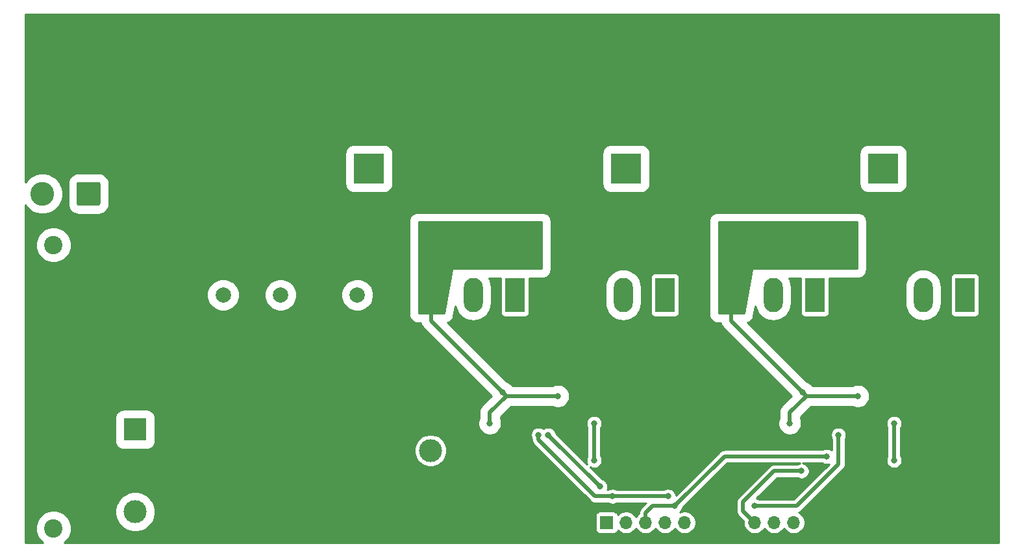
<source format=gbr>
%TF.GenerationSoftware,KiCad,Pcbnew,(5.1.9)-1*%
%TF.CreationDate,2021-03-07T17:17:19-08:00*%
%TF.ProjectId,VFD,5646442e-6b69-4636-9164-5f7063625858,1.0*%
%TF.SameCoordinates,PX50e7ea0PY815a420*%
%TF.FileFunction,Copper,L2,Bot*%
%TF.FilePolarity,Positive*%
%FSLAX46Y46*%
G04 Gerber Fmt 4.6, Leading zero omitted, Abs format (unit mm)*
G04 Created by KiCad (PCBNEW (5.1.9)-1) date 2021-03-07 17:17:19*
%MOMM*%
%LPD*%
G01*
G04 APERTURE LIST*
%TA.AperFunction,ComponentPad*%
%ADD10C,4.000000*%
%TD*%
%TA.AperFunction,ComponentPad*%
%ADD11R,4.000000X4.000000*%
%TD*%
%TA.AperFunction,ComponentPad*%
%ADD12R,2.500000X4.500000*%
%TD*%
%TA.AperFunction,ComponentPad*%
%ADD13O,2.500000X4.500000*%
%TD*%
%TA.AperFunction,ComponentPad*%
%ADD14R,3.000000X3.000000*%
%TD*%
%TA.AperFunction,ComponentPad*%
%ADD15C,3.000000*%
%TD*%
%TA.AperFunction,ComponentPad*%
%ADD16O,1.700000X1.700000*%
%TD*%
%TA.AperFunction,ComponentPad*%
%ADD17R,1.700000X1.700000*%
%TD*%
%TA.AperFunction,ComponentPad*%
%ADD18C,3.100000*%
%TD*%
%TA.AperFunction,ComponentPad*%
%ADD19C,2.400000*%
%TD*%
%TA.AperFunction,ComponentPad*%
%ADD20R,2.000000X2.000000*%
%TD*%
%TA.AperFunction,ComponentPad*%
%ADD21C,2.000000*%
%TD*%
%TA.AperFunction,ViaPad*%
%ADD22C,0.800000*%
%TD*%
%TA.AperFunction,ViaPad*%
%ADD23C,1.200000*%
%TD*%
%TA.AperFunction,Conductor*%
%ADD24C,0.500000*%
%TD*%
%TA.AperFunction,Conductor*%
%ADD25C,0.254000*%
%TD*%
%TA.AperFunction,Conductor*%
%ADD26C,0.100000*%
%TD*%
G04 APERTURE END LIST*
%TO.P,J5,1*%
%TO.N,VOUT_B*%
%TA.AperFunction,ComponentPad*%
G36*
G01*
X91922000Y38196999D02*
X91922000Y40797001D01*
G75*
G02*
X92171999Y41047000I249999J0D01*
G01*
X94772001Y41047000D01*
G75*
G02*
X95022000Y40797001I0J-249999D01*
G01*
X95022000Y38196999D01*
G75*
G02*
X94772001Y37947000I-249999J0D01*
G01*
X92171999Y37947000D01*
G75*
G02*
X91922000Y38196999I0J249999D01*
G01*
G37*
%TD.AperFunction*%
%TD*%
%TO.P,J3,1*%
%TO.N,VOUT_A*%
%TA.AperFunction,ComponentPad*%
G36*
G01*
X63347000Y38196999D02*
X63347000Y40797001D01*
G75*
G02*
X63596999Y41047000I249999J0D01*
G01*
X66197001Y41047000D01*
G75*
G02*
X66447000Y40797001I0J-249999D01*
G01*
X66447000Y38196999D01*
G75*
G02*
X66197001Y37947000I-249999J0D01*
G01*
X63596999Y37947000D01*
G75*
G02*
X63347000Y38196999I0J249999D01*
G01*
G37*
%TD.AperFunction*%
%TD*%
D10*
%TO.P,C10,2*%
%TO.N,GND*%
X45466000Y59530000D03*
D11*
%TO.P,C10,1*%
%TO.N,VCC*%
X45466000Y49530000D03*
%TD*%
D12*
%TO.P,Q3,1*%
%TO.N,Net-(D5-Pad2)*%
X103610000Y33020000D03*
D13*
%TO.P,Q3,2*%
%TO.N,VCC*%
X98160000Y33020000D03*
%TO.P,Q3,3*%
%TO.N,VOUT_B*%
X92710000Y33020000D03*
%TD*%
D12*
%TO.P,Q4,1*%
%TO.N,Net-(D6-Pad2)*%
X123168000Y33020000D03*
D13*
%TO.P,Q4,2*%
%TO.N,VOUT_B*%
X117718000Y33020000D03*
%TO.P,Q4,3*%
%TO.N,GND*%
X112268000Y33020000D03*
%TD*%
%TO.P,Q2,3*%
%TO.N,GND*%
X73152000Y33020000D03*
%TO.P,Q2,2*%
%TO.N,VOUT_A*%
X78602000Y33020000D03*
D12*
%TO.P,Q2,1*%
%TO.N,Net-(D3-Pad2)*%
X84052000Y33020000D03*
%TD*%
D13*
%TO.P,Q1,3*%
%TO.N,VOUT_A*%
X53594000Y33020000D03*
%TO.P,Q1,2*%
%TO.N,VCC*%
X59044000Y33020000D03*
D12*
%TO.P,Q1,1*%
%TO.N,Net-(D2-Pad2)*%
X64494000Y33020000D03*
%TD*%
D14*
%TO.P,PS1,1*%
%TO.N,NEUT*%
X14986000Y15450000D03*
D15*
%TO.P,PS1,4*%
%TO.N,+12V*%
X53486000Y12700000D03*
%TO.P,PS1,2*%
%TO.N,Net-(D4-Pad2)*%
X14986000Y4700000D03*
%TO.P,PS1,3*%
%TO.N,GND*%
X53486000Y4700000D03*
%TD*%
D16*
%TO.P,J4,4*%
%TO.N,+12V*%
X95758000Y3302000D03*
%TO.P,J4,3*%
%TO.N,DRV_A*%
X98298000Y3302000D03*
%TO.P,J4,2*%
%TO.N,DRV_B*%
X100838000Y3302000D03*
D17*
%TO.P,J4,1*%
%TO.N,GND*%
X103378000Y3302000D03*
%TD*%
D18*
%TO.P,J2,2*%
%TO.N,LINE*%
X2890000Y46228000D03*
%TO.P,J2,1*%
%TO.N,NEUT*%
%TA.AperFunction,ComponentPad*%
G36*
G01*
X10440000Y47528001D02*
X10440000Y44927999D01*
G75*
G02*
X10190001Y44678000I-249999J0D01*
G01*
X7589999Y44678000D01*
G75*
G02*
X7340000Y44927999I0J249999D01*
G01*
X7340000Y47528001D01*
G75*
G02*
X7589999Y47778000I249999J0D01*
G01*
X10190001Y47778000D01*
G75*
G02*
X10440000Y47528001I0J-249999D01*
G01*
G37*
%TD.AperFunction*%
%TD*%
D16*
%TO.P,J1,6*%
%TO.N,GND*%
X89154000Y3302000D03*
%TO.P,J1,5*%
%TO.N,DRV_C*%
X86614000Y3302000D03*
%TO.P,J1,4*%
%TO.N,DRV_B*%
X84074000Y3302000D03*
%TO.P,J1,3*%
%TO.N,DRV_D*%
X81534000Y3302000D03*
%TO.P,J1,2*%
%TO.N,DRV_A*%
X78994000Y3302000D03*
D17*
%TO.P,J1,1*%
%TO.N,+12V*%
X76454000Y3302000D03*
%TD*%
D19*
%TO.P,F1,2*%
%TO.N,LINE*%
X4318000Y39540000D03*
%TO.P,F1,1*%
%TO.N,Net-(D4-Pad2)*%
X4318000Y2540000D03*
%TD*%
D20*
%TO.P,D4,1*%
%TO.N,GND*%
X18942000Y33020000D03*
D21*
%TO.P,D4,2*%
%TO.N,Net-(D4-Pad2)*%
X26442000Y33020000D03*
%TO.P,D4,3*%
%TO.N,NEUT*%
X33942000Y33020000D03*
%TO.P,D4,4*%
%TO.N,VCC*%
X43942000Y33020000D03*
%TD*%
D10*
%TO.P,C13,2*%
%TO.N,GND*%
X112522000Y59530000D03*
D11*
%TO.P,C13,1*%
%TO.N,VCC*%
X112522000Y49530000D03*
%TD*%
D10*
%TO.P,C11,2*%
%TO.N,GND*%
X78994000Y59530000D03*
D11*
%TO.P,C11,1*%
%TO.N,VCC*%
X78994000Y49530000D03*
%TD*%
D22*
%TO.N,GND*%
X67564000Y5080000D03*
D23*
X97790000Y63500000D03*
X97790000Y65659000D03*
X97790000Y67818000D03*
X64262000Y63500000D03*
X64262000Y65659000D03*
X64262000Y67818000D03*
D22*
X2794000Y33020000D03*
X7874000Y33020000D03*
X7874000Y25400000D03*
X2794000Y25400000D03*
X2794000Y17780000D03*
X10414000Y17780000D03*
X15494000Y30480000D03*
X15494000Y35560000D03*
X37338000Y25400000D03*
X45720000Y25400000D03*
X54356000Y23622000D03*
X36830000Y20320000D03*
X35814000Y15240000D03*
X37592000Y10160000D03*
X35814000Y5080000D03*
X43434000Y5080000D03*
X45212000Y10160000D03*
X43434000Y15240000D03*
X44704000Y20320000D03*
X51054000Y20320000D03*
X48514000Y15240000D03*
X61214000Y26670000D03*
X56134000Y17780000D03*
X65024000Y7620000D03*
X70104000Y7620000D03*
X71374000Y3810000D03*
X65024000Y2540000D03*
X48514000Y3810000D03*
X58674000Y8890000D03*
X5334000Y29210000D03*
X5334000Y21590000D03*
X9144000Y21590000D03*
X4064000Y66040000D03*
X11684000Y66040000D03*
X19304000Y66040000D03*
X26924000Y66040000D03*
X34544000Y66040000D03*
X34544000Y58420000D03*
X34544000Y50800000D03*
X26924000Y50800000D03*
X19304000Y50800000D03*
X11684000Y50800000D03*
X4064000Y50800000D03*
X4064000Y58420000D03*
X11684000Y58420000D03*
X19304000Y58420000D03*
X26924000Y58420000D03*
X72644000Y27940000D03*
X78740000Y27940000D03*
X75184000Y25400000D03*
X72644000Y22860000D03*
X86614000Y26670000D03*
X91694000Y26670000D03*
X94488000Y22860000D03*
X96520000Y15494000D03*
X89154000Y13970000D03*
X84328000Y15494000D03*
X88900000Y19558000D03*
X93726000Y18796000D03*
X112014000Y27940000D03*
X117856000Y27940000D03*
X114554000Y25400000D03*
X112014000Y22860000D03*
X125222000Y27940000D03*
X125984000Y19050000D03*
X125730000Y8890000D03*
X125730000Y3810000D03*
X120142000Y3810000D03*
X113538000Y7620000D03*
X100584000Y7620000D03*
X94234000Y10160000D03*
X86614000Y10160000D03*
X82804000Y10160000D03*
X78994000Y10160000D03*
X70104000Y17272000D03*
X68834000Y17272000D03*
X66294000Y17272000D03*
X66548000Y11938000D03*
X72644000Y17272000D03*
X92456000Y10160000D03*
X96012000Y10160000D03*
X124714000Y14732000D03*
X125984000Y24130000D03*
X106680000Y5842000D03*
X99822000Y27686000D03*
X113538000Y3810000D03*
X120142000Y7620000D03*
X122174000Y11430000D03*
X109220000Y17272000D03*
X107950000Y17272000D03*
X111760000Y17272000D03*
X105410000Y17272000D03*
%TO.N,+12V*%
X74803000Y16256000D03*
X74803000Y11430000D03*
X113919000Y16256000D03*
X113919000Y11430000D03*
X101856000Y10033000D03*
%TO.N,VOUT_A*%
X70104000Y19812000D03*
X62865000Y20320000D03*
X61214000Y16256000D03*
D23*
X62357000Y42037000D03*
X62357000Y36957000D03*
X67437000Y42037000D03*
X67437000Y36957000D03*
X64897000Y42037000D03*
X64897000Y36957000D03*
X67437000Y39497000D03*
X62357000Y39497000D03*
D22*
%TO.N,VOUT_B*%
X101981000Y20320000D03*
X100330000Y16256000D03*
X109220000Y19812000D03*
D23*
X108585000Y38227000D03*
X107315000Y36957000D03*
X104775000Y42037000D03*
X103505000Y36957000D03*
X107315000Y42037000D03*
X103505000Y38227000D03*
X103505000Y40767000D03*
X108585000Y36957000D03*
X104775000Y36957000D03*
X103505000Y39497000D03*
X108585000Y40767000D03*
X108585000Y42037000D03*
X108585000Y39497000D03*
X103505000Y42037000D03*
X106045000Y36957000D03*
X106045000Y42037000D03*
X104775000Y40767000D03*
X106045000Y40767000D03*
X107315000Y40767000D03*
X107315000Y39497000D03*
X106045000Y39497000D03*
X104775000Y39497000D03*
X104775000Y38227000D03*
X106045000Y38227000D03*
X107315000Y38227000D03*
D22*
%TO.N,DRV_C*%
X106680000Y14732000D03*
X95758000Y5461000D03*
%TO.N,DRV_B*%
X68834000Y14732000D03*
X75565000Y8001000D03*
%TO.N,DRV_D*%
X105156000Y11938000D03*
X85344000Y5461000D03*
%TO.N,DRV_A*%
X67564000Y14732000D03*
X77216000Y6731000D03*
X84455000Y6731000D03*
%TD*%
D24*
%TO.N,+12V*%
X74803000Y16256000D02*
X74803000Y11430000D01*
X113919000Y16256000D02*
X113919000Y11430000D01*
X95758000Y3302000D02*
X94234000Y4826000D01*
X94234000Y4826000D02*
X94234000Y5969000D01*
X98298000Y10033000D02*
X101856000Y10033000D01*
X94234000Y5969000D02*
X98298000Y10033000D01*
%TO.N,VOUT_A*%
X63373000Y19812000D02*
X62865000Y20320000D01*
X70104000Y19812000D02*
X63373000Y19812000D01*
X53594000Y29591000D02*
X58229500Y24955500D01*
X53594000Y33020000D02*
X53594000Y29591000D01*
X61214000Y17653000D02*
X63373000Y19812000D01*
X61214000Y16256000D02*
X61214000Y17653000D01*
X58229500Y24955500D02*
X62865000Y20320000D01*
%TO.N,VOUT_B*%
X109220000Y19812000D02*
X102489000Y19812000D01*
X102489000Y19812000D02*
X101981000Y20320000D01*
X92710000Y33020000D02*
X92710000Y29591000D01*
X100330000Y16256000D02*
X100330000Y17653000D01*
X100330000Y17653000D02*
X102489000Y19812000D01*
X92710000Y29591000D02*
X101981000Y20320000D01*
%TO.N,DRV_C*%
X106680000Y14732000D02*
X106680000Y10922000D01*
X95758000Y5461000D02*
X101219000Y5461000D01*
X101219000Y5461000D02*
X106680000Y10922000D01*
%TO.N,DRV_B*%
X75565000Y8001000D02*
X75565000Y8001000D01*
X75565000Y8001000D02*
X68834000Y14732000D01*
%TO.N,DRV_D*%
X81534000Y3302000D02*
X81534000Y4572000D01*
X81534000Y4572000D02*
X82423000Y5461000D01*
X82423000Y5461000D02*
X85344000Y5461000D01*
X85344000Y5461000D02*
X85344000Y5461000D01*
X91821000Y11938000D02*
X85344000Y5461000D01*
X105156000Y11938000D02*
X91821000Y11938000D01*
%TO.N,DRV_A*%
X67564000Y14097000D02*
X74930000Y6731000D01*
X67564000Y14732000D02*
X67564000Y14097000D01*
X74930000Y6731000D02*
X74930000Y6731000D01*
X74930000Y6731000D02*
X84455000Y6731000D01*
X84455000Y6731000D02*
X84455000Y6731000D01*
%TD*%
D25*
%TO.N,GND*%
X127610001Y660000D02*
X5692870Y660000D01*
X5801376Y732501D01*
X6125499Y1056624D01*
X6380160Y1437752D01*
X6555574Y1861239D01*
X6645000Y2310811D01*
X6645000Y2769189D01*
X6555574Y3218761D01*
X6380160Y3642248D01*
X6125499Y4023376D01*
X5801376Y4347499D01*
X5420248Y4602160D01*
X4996761Y4777574D01*
X4547189Y4867000D01*
X4088811Y4867000D01*
X3639239Y4777574D01*
X3215752Y4602160D01*
X2834624Y4347499D01*
X2510501Y4023376D01*
X2255840Y3642248D01*
X2080426Y3218761D01*
X1991000Y2769189D01*
X1991000Y2310811D01*
X2080426Y1861239D01*
X2255840Y1437752D01*
X2510501Y1056624D01*
X2834624Y732501D01*
X2943130Y660000D01*
X660000Y660000D01*
X660000Y4958737D01*
X12359000Y4958737D01*
X12359000Y4441263D01*
X12459954Y3933732D01*
X12657983Y3455649D01*
X12945476Y3025385D01*
X13311385Y2659476D01*
X13741649Y2371983D01*
X14219732Y2173954D01*
X14727263Y2073000D01*
X15244737Y2073000D01*
X15752268Y2173954D01*
X16230351Y2371983D01*
X16660615Y2659476D01*
X17026524Y3025385D01*
X17314017Y3455649D01*
X17512046Y3933732D01*
X17613000Y4441263D01*
X17613000Y4958737D01*
X17512046Y5466268D01*
X17314017Y5944351D01*
X17026524Y6374615D01*
X16660615Y6740524D01*
X16230351Y7028017D01*
X15752268Y7226046D01*
X15244737Y7327000D01*
X14727263Y7327000D01*
X14219732Y7226046D01*
X13741649Y7028017D01*
X13311385Y6740524D01*
X12945476Y6374615D01*
X12657983Y5944351D01*
X12459954Y5466268D01*
X12359000Y4958737D01*
X660000Y4958737D01*
X660000Y16950000D01*
X12353547Y16950000D01*
X12353547Y13950000D01*
X12375307Y13729069D01*
X12439750Y13516629D01*
X12544400Y13320843D01*
X12685235Y13149235D01*
X12856843Y13008400D01*
X13052629Y12903750D01*
X13265069Y12839307D01*
X13486000Y12817547D01*
X16486000Y12817547D01*
X16706931Y12839307D01*
X16919371Y12903750D01*
X16931585Y12910279D01*
X51351000Y12910279D01*
X51351000Y12489721D01*
X51433047Y12077244D01*
X51593988Y11688698D01*
X51827637Y11339017D01*
X52125017Y11041637D01*
X52474698Y10807988D01*
X52863244Y10647047D01*
X53275721Y10565000D01*
X53696279Y10565000D01*
X54108756Y10647047D01*
X54497302Y10807988D01*
X54846983Y11041637D01*
X55144363Y11339017D01*
X55378012Y11688698D01*
X55538953Y12077244D01*
X55621000Y12489721D01*
X55621000Y12910279D01*
X55538953Y13322756D01*
X55378012Y13711302D01*
X55144363Y14060983D01*
X54846983Y14358363D01*
X54497302Y14592012D01*
X54108756Y14752953D01*
X53696279Y14835000D01*
X53275721Y14835000D01*
X52863244Y14752953D01*
X52474698Y14592012D01*
X52125017Y14358363D01*
X51827637Y14060983D01*
X51593988Y13711302D01*
X51433047Y13322756D01*
X51351000Y12910279D01*
X16931585Y12910279D01*
X17115157Y13008400D01*
X17286765Y13149235D01*
X17427600Y13320843D01*
X17532250Y13516629D01*
X17596693Y13729069D01*
X17618453Y13950000D01*
X17618453Y16950000D01*
X17596693Y17170931D01*
X17532250Y17383371D01*
X17427600Y17579157D01*
X17286765Y17750765D01*
X17115157Y17891600D01*
X16919371Y17996250D01*
X16706931Y18060693D01*
X16486000Y18082453D01*
X13486000Y18082453D01*
X13265069Y18060693D01*
X13052629Y17996250D01*
X12856843Y17891600D01*
X12685235Y17750765D01*
X12544400Y17579157D01*
X12439750Y17383371D01*
X12375307Y17170931D01*
X12353547Y16950000D01*
X660000Y16950000D01*
X660000Y33229491D01*
X24315000Y33229491D01*
X24315000Y32810509D01*
X24396739Y32399577D01*
X24557077Y32012488D01*
X24789851Y31664116D01*
X25086116Y31367851D01*
X25434488Y31135077D01*
X25821577Y30974739D01*
X26232509Y30893000D01*
X26651491Y30893000D01*
X27062423Y30974739D01*
X27449512Y31135077D01*
X27797884Y31367851D01*
X28094149Y31664116D01*
X28326923Y32012488D01*
X28487261Y32399577D01*
X28569000Y32810509D01*
X28569000Y33229491D01*
X31815000Y33229491D01*
X31815000Y32810509D01*
X31896739Y32399577D01*
X32057077Y32012488D01*
X32289851Y31664116D01*
X32586116Y31367851D01*
X32934488Y31135077D01*
X33321577Y30974739D01*
X33732509Y30893000D01*
X34151491Y30893000D01*
X34562423Y30974739D01*
X34949512Y31135077D01*
X35297884Y31367851D01*
X35594149Y31664116D01*
X35826923Y32012488D01*
X35987261Y32399577D01*
X36069000Y32810509D01*
X36069000Y33229491D01*
X41815000Y33229491D01*
X41815000Y32810509D01*
X41896739Y32399577D01*
X42057077Y32012488D01*
X42289851Y31664116D01*
X42586116Y31367851D01*
X42934488Y31135077D01*
X43321577Y30974739D01*
X43732509Y30893000D01*
X44151491Y30893000D01*
X44562423Y30974739D01*
X44949512Y31135077D01*
X45297884Y31367851D01*
X45594149Y31664116D01*
X45826923Y32012488D01*
X45987261Y32399577D01*
X46069000Y32810509D01*
X46069000Y33229491D01*
X45987261Y33640423D01*
X45826923Y34027512D01*
X45594149Y34375884D01*
X45297884Y34672149D01*
X44949512Y34904923D01*
X44562423Y35065261D01*
X44151491Y35147000D01*
X43732509Y35147000D01*
X43321577Y35065261D01*
X42934488Y34904923D01*
X42586116Y34672149D01*
X42289851Y34375884D01*
X42057077Y34027512D01*
X41896739Y33640423D01*
X41815000Y33229491D01*
X36069000Y33229491D01*
X35987261Y33640423D01*
X35826923Y34027512D01*
X35594149Y34375884D01*
X35297884Y34672149D01*
X34949512Y34904923D01*
X34562423Y35065261D01*
X34151491Y35147000D01*
X33732509Y35147000D01*
X33321577Y35065261D01*
X32934488Y34904923D01*
X32586116Y34672149D01*
X32289851Y34375884D01*
X32057077Y34027512D01*
X31896739Y33640423D01*
X31815000Y33229491D01*
X28569000Y33229491D01*
X28487261Y33640423D01*
X28326923Y34027512D01*
X28094149Y34375884D01*
X27797884Y34672149D01*
X27449512Y34904923D01*
X27062423Y35065261D01*
X26651491Y35147000D01*
X26232509Y35147000D01*
X25821577Y35065261D01*
X25434488Y34904923D01*
X25086116Y34672149D01*
X24789851Y34375884D01*
X24557077Y34027512D01*
X24396739Y33640423D01*
X24315000Y33229491D01*
X660000Y33229491D01*
X660000Y39769189D01*
X1991000Y39769189D01*
X1991000Y39310811D01*
X2080426Y38861239D01*
X2255840Y38437752D01*
X2510501Y38056624D01*
X2834624Y37732501D01*
X3215752Y37477840D01*
X3639239Y37302426D01*
X4088811Y37213000D01*
X4547189Y37213000D01*
X4996761Y37302426D01*
X5420248Y37477840D01*
X5801376Y37732501D01*
X6125499Y38056624D01*
X6380160Y38437752D01*
X6555574Y38861239D01*
X6645000Y39310811D01*
X6645000Y39769189D01*
X6555574Y40218761D01*
X6380160Y40642248D01*
X6125499Y41023376D01*
X5801376Y41347499D01*
X5420248Y41602160D01*
X4996761Y41777574D01*
X4547189Y41867000D01*
X4088811Y41867000D01*
X3639239Y41777574D01*
X3215752Y41602160D01*
X2834624Y41347499D01*
X2510501Y41023376D01*
X2255840Y40642248D01*
X2080426Y40218761D01*
X1991000Y39769189D01*
X660000Y39769189D01*
X660000Y42672000D01*
X50689000Y42672000D01*
X50689000Y30480000D01*
X50710655Y30260133D01*
X50774788Y30048716D01*
X50878934Y29853872D01*
X51019091Y29683091D01*
X51189872Y29542934D01*
X51384716Y29438788D01*
X51596133Y29374655D01*
X51816000Y29353000D01*
X52233779Y29353000D01*
X52236925Y29321061D01*
X52315663Y29061496D01*
X52315664Y29061495D01*
X52443528Y28822279D01*
X52615604Y28612603D01*
X52668146Y28569483D01*
X57303642Y23933986D01*
X57303647Y23933982D01*
X61420470Y19817158D01*
X61423492Y19809863D01*
X60288145Y18674516D01*
X60235604Y18631397D01*
X60192486Y18578857D01*
X60063528Y18421721D01*
X59935663Y18182504D01*
X59856925Y17922939D01*
X59830338Y17653000D01*
X59837000Y17585360D01*
X59837000Y16921872D01*
X59745681Y16701410D01*
X59687000Y16406396D01*
X59687000Y16105604D01*
X59745681Y15810590D01*
X59860790Y15532694D01*
X60027901Y15282594D01*
X60240594Y15069901D01*
X60490694Y14902790D01*
X60768590Y14787681D01*
X61063604Y14729000D01*
X61364396Y14729000D01*
X61659410Y14787681D01*
X61771086Y14833939D01*
X66529000Y14833939D01*
X66529000Y14630061D01*
X66568774Y14430102D01*
X66646795Y14241744D01*
X66679000Y14193546D01*
X66679000Y14140469D01*
X66674719Y14097000D01*
X66679000Y14053531D01*
X66679000Y14053523D01*
X66689196Y13950000D01*
X66691805Y13923510D01*
X66742412Y13756687D01*
X66824590Y13602941D01*
X66907468Y13501954D01*
X66907471Y13501951D01*
X66935184Y13468183D01*
X66968952Y13440470D01*
X74273470Y6135951D01*
X74301183Y6102183D01*
X74334951Y6074470D01*
X74334953Y6074468D01*
X74406452Y6015790D01*
X74435941Y5991589D01*
X74589687Y5909411D01*
X74756510Y5858805D01*
X74886523Y5846000D01*
X74886533Y5846000D01*
X74929999Y5841719D01*
X74973465Y5846000D01*
X76677546Y5846000D01*
X76725744Y5813795D01*
X76914102Y5735774D01*
X77114061Y5696000D01*
X77317939Y5696000D01*
X77517898Y5735774D01*
X77706256Y5813795D01*
X77754454Y5846000D01*
X81556421Y5846000D01*
X80938951Y5228529D01*
X80905184Y5200817D01*
X80877471Y5167049D01*
X80877468Y5167046D01*
X80794590Y5066059D01*
X80712412Y4912313D01*
X80661805Y4745490D01*
X80644719Y4572000D01*
X80649001Y4528522D01*
X80649001Y4496657D01*
X80587368Y4455475D01*
X80380525Y4248632D01*
X80264000Y4074240D01*
X80147475Y4248632D01*
X79940632Y4455475D01*
X79697411Y4617990D01*
X79427158Y4729932D01*
X79140260Y4787000D01*
X78847740Y4787000D01*
X78560842Y4729932D01*
X78290589Y4617990D01*
X78047368Y4455475D01*
X77915513Y4323620D01*
X77893502Y4396180D01*
X77834537Y4506494D01*
X77755185Y4603185D01*
X77658494Y4682537D01*
X77548180Y4741502D01*
X77428482Y4777812D01*
X77304000Y4790072D01*
X75604000Y4790072D01*
X75479518Y4777812D01*
X75359820Y4741502D01*
X75249506Y4682537D01*
X75152815Y4603185D01*
X75073463Y4506494D01*
X75014498Y4396180D01*
X74978188Y4276482D01*
X74965928Y4152000D01*
X74965928Y2452000D01*
X74978188Y2327518D01*
X75014498Y2207820D01*
X75073463Y2097506D01*
X75152815Y2000815D01*
X75249506Y1921463D01*
X75359820Y1862498D01*
X75479518Y1826188D01*
X75604000Y1813928D01*
X77304000Y1813928D01*
X77428482Y1826188D01*
X77548180Y1862498D01*
X77658494Y1921463D01*
X77755185Y2000815D01*
X77834537Y2097506D01*
X77893502Y2207820D01*
X77915513Y2280380D01*
X78047368Y2148525D01*
X78290589Y1986010D01*
X78560842Y1874068D01*
X78847740Y1817000D01*
X79140260Y1817000D01*
X79427158Y1874068D01*
X79697411Y1986010D01*
X79940632Y2148525D01*
X80147475Y2355368D01*
X80264000Y2529760D01*
X80380525Y2355368D01*
X80587368Y2148525D01*
X80830589Y1986010D01*
X81100842Y1874068D01*
X81387740Y1817000D01*
X81680260Y1817000D01*
X81967158Y1874068D01*
X82237411Y1986010D01*
X82480632Y2148525D01*
X82687475Y2355368D01*
X82804000Y2529760D01*
X82920525Y2355368D01*
X83127368Y2148525D01*
X83370589Y1986010D01*
X83640842Y1874068D01*
X83927740Y1817000D01*
X84220260Y1817000D01*
X84507158Y1874068D01*
X84777411Y1986010D01*
X85020632Y2148525D01*
X85227475Y2355368D01*
X85344000Y2529760D01*
X85460525Y2355368D01*
X85667368Y2148525D01*
X85910589Y1986010D01*
X86180842Y1874068D01*
X86467740Y1817000D01*
X86760260Y1817000D01*
X87047158Y1874068D01*
X87317411Y1986010D01*
X87560632Y2148525D01*
X87767475Y2355368D01*
X87929990Y2598589D01*
X88041932Y2868842D01*
X88099000Y3155740D01*
X88099000Y3448260D01*
X88041932Y3735158D01*
X87929990Y4005411D01*
X87767475Y4248632D01*
X87560632Y4455475D01*
X87317411Y4617990D01*
X87047158Y4729932D01*
X86760260Y4787000D01*
X86467740Y4787000D01*
X86180842Y4729932D01*
X86001905Y4655814D01*
X86003774Y4657063D01*
X86147937Y4801226D01*
X86261205Y4970744D01*
X86339226Y5159102D01*
X86350535Y5215957D01*
X92187579Y11053000D01*
X101678650Y11053000D01*
X101554102Y11028226D01*
X101365744Y10950205D01*
X101317546Y10918000D01*
X98341469Y10918000D01*
X98298000Y10922281D01*
X98254531Y10918000D01*
X98254523Y10918000D01*
X98139306Y10906652D01*
X98124509Y10905195D01*
X98073903Y10889843D01*
X97957687Y10854589D01*
X97803941Y10772411D01*
X97702953Y10689532D01*
X97702951Y10689530D01*
X97669183Y10661817D01*
X97641470Y10628049D01*
X93638951Y6625530D01*
X93605184Y6597817D01*
X93577471Y6564049D01*
X93577468Y6564046D01*
X93494590Y6463059D01*
X93412412Y6309313D01*
X93361805Y6142490D01*
X93344719Y5969000D01*
X93349001Y5925522D01*
X93349000Y4869470D01*
X93344719Y4826000D01*
X93349000Y4782531D01*
X93349000Y4782524D01*
X93358848Y4682537D01*
X93361805Y4652510D01*
X93365779Y4639411D01*
X93412411Y4485688D01*
X93494589Y4331942D01*
X93605183Y4197183D01*
X93638956Y4169466D01*
X94287461Y3520960D01*
X94273000Y3448260D01*
X94273000Y3155740D01*
X94330068Y2868842D01*
X94442010Y2598589D01*
X94604525Y2355368D01*
X94811368Y2148525D01*
X95054589Y1986010D01*
X95324842Y1874068D01*
X95611740Y1817000D01*
X95904260Y1817000D01*
X96191158Y1874068D01*
X96461411Y1986010D01*
X96704632Y2148525D01*
X96911475Y2355368D01*
X97028000Y2529760D01*
X97144525Y2355368D01*
X97351368Y2148525D01*
X97594589Y1986010D01*
X97864842Y1874068D01*
X98151740Y1817000D01*
X98444260Y1817000D01*
X98731158Y1874068D01*
X99001411Y1986010D01*
X99244632Y2148525D01*
X99451475Y2355368D01*
X99568000Y2529760D01*
X99684525Y2355368D01*
X99891368Y2148525D01*
X100134589Y1986010D01*
X100404842Y1874068D01*
X100691740Y1817000D01*
X100984260Y1817000D01*
X101271158Y1874068D01*
X101541411Y1986010D01*
X101784632Y2148525D01*
X101991475Y2355368D01*
X102153990Y2598589D01*
X102265932Y2868842D01*
X102323000Y3155740D01*
X102323000Y3448260D01*
X102265932Y3735158D01*
X102153990Y4005411D01*
X101991475Y4248632D01*
X101784632Y4455475D01*
X101541411Y4617990D01*
X101519127Y4627220D01*
X101559313Y4639411D01*
X101713059Y4721589D01*
X101847817Y4832183D01*
X101875534Y4865956D01*
X107275049Y10265470D01*
X107308817Y10293183D01*
X107419411Y10427941D01*
X107501589Y10581687D01*
X107552195Y10748510D01*
X107565000Y10878523D01*
X107565000Y10878533D01*
X107569281Y10921999D01*
X107565000Y10965465D01*
X107565000Y14193546D01*
X107597205Y14241744D01*
X107675226Y14430102D01*
X107715000Y14630061D01*
X107715000Y14833939D01*
X107675226Y15033898D01*
X107597205Y15222256D01*
X107483937Y15391774D01*
X107339774Y15535937D01*
X107170256Y15649205D01*
X106981898Y15727226D01*
X106781939Y15767000D01*
X106578061Y15767000D01*
X106378102Y15727226D01*
X106189744Y15649205D01*
X106020226Y15535937D01*
X105876063Y15391774D01*
X105762795Y15222256D01*
X105684774Y15033898D01*
X105645000Y14833939D01*
X105645000Y14630061D01*
X105684774Y14430102D01*
X105762795Y14241744D01*
X105795000Y14193545D01*
X105795001Y12755817D01*
X105646256Y12855205D01*
X105457898Y12933226D01*
X105257939Y12973000D01*
X105054061Y12973000D01*
X104854102Y12933226D01*
X104665744Y12855205D01*
X104617546Y12823000D01*
X91864465Y12823000D01*
X91820999Y12827281D01*
X91777533Y12823000D01*
X91777523Y12823000D01*
X91647510Y12810195D01*
X91480687Y12759589D01*
X91326941Y12677411D01*
X91326939Y12677410D01*
X91326940Y12677410D01*
X91225953Y12594532D01*
X91225951Y12594530D01*
X91192183Y12566817D01*
X91164470Y12533049D01*
X85485746Y6854324D01*
X85450226Y7032898D01*
X85372205Y7221256D01*
X85258937Y7390774D01*
X85114774Y7534937D01*
X84945256Y7648205D01*
X84756898Y7726226D01*
X84556939Y7766000D01*
X84353061Y7766000D01*
X84153102Y7726226D01*
X83964744Y7648205D01*
X83916546Y7616000D01*
X77754454Y7616000D01*
X77706256Y7648205D01*
X77517898Y7726226D01*
X77317939Y7766000D01*
X77114061Y7766000D01*
X76914102Y7726226D01*
X76725744Y7648205D01*
X76677546Y7616000D01*
X76525804Y7616000D01*
X76560226Y7699102D01*
X76600000Y7899061D01*
X76600000Y8102939D01*
X76560226Y8302898D01*
X76482205Y8491256D01*
X76368937Y8660774D01*
X76224774Y8804937D01*
X76055256Y8918205D01*
X75866898Y8996226D01*
X75810044Y9007535D01*
X74288754Y10528824D01*
X74312744Y10512795D01*
X74501102Y10434774D01*
X74701061Y10395000D01*
X74904939Y10395000D01*
X75104898Y10434774D01*
X75293256Y10512795D01*
X75462774Y10626063D01*
X75606937Y10770226D01*
X75720205Y10939744D01*
X75798226Y11128102D01*
X75838000Y11328061D01*
X75838000Y11531939D01*
X75798226Y11731898D01*
X75720205Y11920256D01*
X75688000Y11968454D01*
X75688000Y15717546D01*
X75720205Y15765744D01*
X75798226Y15954102D01*
X75838000Y16154061D01*
X75838000Y16357939D01*
X75798226Y16557898D01*
X75720205Y16746256D01*
X75606937Y16915774D01*
X75462774Y17059937D01*
X75293256Y17173205D01*
X75104898Y17251226D01*
X74904939Y17291000D01*
X74701061Y17291000D01*
X74501102Y17251226D01*
X74312744Y17173205D01*
X74143226Y17059937D01*
X73999063Y16915774D01*
X73885795Y16746256D01*
X73807774Y16557898D01*
X73768000Y16357939D01*
X73768000Y16154061D01*
X73807774Y15954102D01*
X73885795Y15765744D01*
X73918000Y15717546D01*
X73918001Y11968456D01*
X73885795Y11920256D01*
X73807774Y11731898D01*
X73768000Y11531939D01*
X73768000Y11328061D01*
X73807774Y11128102D01*
X73885795Y10939744D01*
X73901824Y10915754D01*
X69840535Y14977043D01*
X69829226Y15033898D01*
X69751205Y15222256D01*
X69637937Y15391774D01*
X69493774Y15535937D01*
X69324256Y15649205D01*
X69135898Y15727226D01*
X68935939Y15767000D01*
X68732061Y15767000D01*
X68532102Y15727226D01*
X68343744Y15649205D01*
X68199000Y15552490D01*
X68054256Y15649205D01*
X67865898Y15727226D01*
X67665939Y15767000D01*
X67462061Y15767000D01*
X67262102Y15727226D01*
X67073744Y15649205D01*
X66904226Y15535937D01*
X66760063Y15391774D01*
X66646795Y15222256D01*
X66568774Y15033898D01*
X66529000Y14833939D01*
X61771086Y14833939D01*
X61937306Y14902790D01*
X62187406Y15069901D01*
X62400099Y15282594D01*
X62567210Y15532694D01*
X62682319Y15810590D01*
X62741000Y16105604D01*
X62741000Y16406396D01*
X62682319Y16701410D01*
X62591000Y16921872D01*
X62591000Y17082629D01*
X63943372Y18435000D01*
X69438128Y18435000D01*
X69658590Y18343681D01*
X69953604Y18285000D01*
X70254396Y18285000D01*
X70549410Y18343681D01*
X70827306Y18458790D01*
X71077406Y18625901D01*
X71290099Y18838594D01*
X71457210Y19088694D01*
X71572319Y19366590D01*
X71631000Y19661604D01*
X71631000Y19962396D01*
X71572319Y20257410D01*
X71457210Y20535306D01*
X71290099Y20785406D01*
X71077406Y20998099D01*
X70827306Y21165210D01*
X70549410Y21280319D01*
X70254396Y21339000D01*
X69953604Y21339000D01*
X69658590Y21280319D01*
X69438128Y21189000D01*
X64120861Y21189000D01*
X64051099Y21293406D01*
X63838406Y21506099D01*
X63588306Y21673210D01*
X63367842Y21764530D01*
X59251018Y25881353D01*
X59251014Y25881358D01*
X55718944Y29413427D01*
X55828310Y29449510D01*
X56020581Y29558332D01*
X56187927Y29702574D01*
X56323918Y29876691D01*
X56423327Y30073994D01*
X56482334Y30286898D01*
X56702227Y31551280D01*
X56837313Y31105961D01*
X57058034Y30693021D01*
X57355075Y30331075D01*
X57717020Y30034034D01*
X58129960Y29813313D01*
X58578027Y29677393D01*
X59044000Y29631499D01*
X59509972Y29677393D01*
X59958039Y29813313D01*
X60370979Y30034034D01*
X60732925Y30331075D01*
X61029966Y30693020D01*
X61250687Y31105960D01*
X61386607Y31554027D01*
X61421000Y31903228D01*
X61421000Y34136772D01*
X61386607Y34485973D01*
X61250687Y34934040D01*
X61111201Y35195000D01*
X62605928Y35195000D01*
X62605928Y30770000D01*
X62618188Y30645518D01*
X62654498Y30525820D01*
X62713463Y30415506D01*
X62792815Y30318815D01*
X62889506Y30239463D01*
X62999820Y30180498D01*
X63119518Y30144188D01*
X63244000Y30131928D01*
X65744000Y30131928D01*
X65868482Y30144188D01*
X65988180Y30180498D01*
X66098494Y30239463D01*
X66195185Y30318815D01*
X66274537Y30415506D01*
X66333502Y30525820D01*
X66369812Y30645518D01*
X66382072Y30770000D01*
X66382072Y34136772D01*
X76225000Y34136772D01*
X76225000Y31903229D01*
X76259393Y31554028D01*
X76395313Y31105961D01*
X76616034Y30693021D01*
X76913075Y30331075D01*
X77275020Y30034034D01*
X77687960Y29813313D01*
X78136027Y29677393D01*
X78602000Y29631499D01*
X79067972Y29677393D01*
X79516039Y29813313D01*
X79928979Y30034034D01*
X80290925Y30331075D01*
X80587966Y30693020D01*
X80808687Y31105960D01*
X80944607Y31554027D01*
X80979000Y31903228D01*
X80979000Y34136772D01*
X80944607Y34485973D01*
X80808687Y34934040D01*
X80629113Y35270000D01*
X82163928Y35270000D01*
X82163928Y30770000D01*
X82176188Y30645518D01*
X82212498Y30525820D01*
X82271463Y30415506D01*
X82350815Y30318815D01*
X82447506Y30239463D01*
X82557820Y30180498D01*
X82677518Y30144188D01*
X82802000Y30131928D01*
X85302000Y30131928D01*
X85426482Y30144188D01*
X85546180Y30180498D01*
X85656494Y30239463D01*
X85753185Y30318815D01*
X85832537Y30415506D01*
X85891502Y30525820D01*
X85927812Y30645518D01*
X85940072Y30770000D01*
X85940072Y35270000D01*
X85927812Y35394482D01*
X85891502Y35514180D01*
X85832537Y35624494D01*
X85753185Y35721185D01*
X85656494Y35800537D01*
X85546180Y35859502D01*
X85426482Y35895812D01*
X85302000Y35908072D01*
X82802000Y35908072D01*
X82677518Y35895812D01*
X82557820Y35859502D01*
X82447506Y35800537D01*
X82350815Y35721185D01*
X82271463Y35624494D01*
X82212498Y35514180D01*
X82176188Y35394482D01*
X82163928Y35270000D01*
X80629113Y35270000D01*
X80587966Y35346980D01*
X80290925Y35708925D01*
X79928980Y36005966D01*
X79516040Y36226687D01*
X79067973Y36362607D01*
X78602000Y36408501D01*
X78136028Y36362607D01*
X77687961Y36226687D01*
X77275021Y36005966D01*
X76913076Y35708925D01*
X76616035Y35346980D01*
X76395313Y34934040D01*
X76259393Y34485973D01*
X76225000Y34136772D01*
X66382072Y34136772D01*
X66382072Y35195000D01*
X68072000Y35195000D01*
X68291867Y35216655D01*
X68503284Y35280788D01*
X68698128Y35384934D01*
X68868909Y35525091D01*
X69009066Y35695872D01*
X69113212Y35890716D01*
X69177345Y36102133D01*
X69199000Y36322000D01*
X69199000Y42672000D01*
X89805000Y42672000D01*
X89805000Y30480000D01*
X89826655Y30260133D01*
X89890788Y30048716D01*
X89994934Y29853872D01*
X90135091Y29683091D01*
X90305872Y29542934D01*
X90500716Y29438788D01*
X90712133Y29374655D01*
X90932000Y29353000D01*
X91349779Y29353000D01*
X91352925Y29321061D01*
X91431663Y29061496D01*
X91431664Y29061495D01*
X91559528Y28822279D01*
X91731604Y28612603D01*
X91784146Y28569483D01*
X100536470Y19817158D01*
X100539492Y19809863D01*
X99404145Y18674516D01*
X99351604Y18631397D01*
X99308486Y18578857D01*
X99179528Y18421721D01*
X99051663Y18182504D01*
X98972925Y17922939D01*
X98946338Y17653000D01*
X98953000Y17585360D01*
X98953000Y16921872D01*
X98861681Y16701410D01*
X98803000Y16406396D01*
X98803000Y16105604D01*
X98861681Y15810590D01*
X98976790Y15532694D01*
X99143901Y15282594D01*
X99356594Y15069901D01*
X99606694Y14902790D01*
X99884590Y14787681D01*
X100179604Y14729000D01*
X100480396Y14729000D01*
X100775410Y14787681D01*
X101053306Y14902790D01*
X101303406Y15069901D01*
X101516099Y15282594D01*
X101683210Y15532694D01*
X101798319Y15810590D01*
X101857000Y16105604D01*
X101857000Y16357939D01*
X112884000Y16357939D01*
X112884000Y16154061D01*
X112923774Y15954102D01*
X113001795Y15765744D01*
X113034000Y15717546D01*
X113034001Y11968456D01*
X113001795Y11920256D01*
X112923774Y11731898D01*
X112884000Y11531939D01*
X112884000Y11328061D01*
X112923774Y11128102D01*
X113001795Y10939744D01*
X113115063Y10770226D01*
X113259226Y10626063D01*
X113428744Y10512795D01*
X113617102Y10434774D01*
X113817061Y10395000D01*
X114020939Y10395000D01*
X114220898Y10434774D01*
X114409256Y10512795D01*
X114578774Y10626063D01*
X114722937Y10770226D01*
X114836205Y10939744D01*
X114914226Y11128102D01*
X114954000Y11328061D01*
X114954000Y11531939D01*
X114914226Y11731898D01*
X114836205Y11920256D01*
X114804000Y11968454D01*
X114804000Y15717546D01*
X114836205Y15765744D01*
X114914226Y15954102D01*
X114954000Y16154061D01*
X114954000Y16357939D01*
X114914226Y16557898D01*
X114836205Y16746256D01*
X114722937Y16915774D01*
X114578774Y17059937D01*
X114409256Y17173205D01*
X114220898Y17251226D01*
X114020939Y17291000D01*
X113817061Y17291000D01*
X113617102Y17251226D01*
X113428744Y17173205D01*
X113259226Y17059937D01*
X113115063Y16915774D01*
X113001795Y16746256D01*
X112923774Y16557898D01*
X112884000Y16357939D01*
X101857000Y16357939D01*
X101857000Y16406396D01*
X101798319Y16701410D01*
X101707000Y16921872D01*
X101707000Y17082629D01*
X103059372Y18435000D01*
X108554128Y18435000D01*
X108774590Y18343681D01*
X109069604Y18285000D01*
X109370396Y18285000D01*
X109665410Y18343681D01*
X109943306Y18458790D01*
X110193406Y18625901D01*
X110406099Y18838594D01*
X110573210Y19088694D01*
X110688319Y19366590D01*
X110747000Y19661604D01*
X110747000Y19962396D01*
X110688319Y20257410D01*
X110573210Y20535306D01*
X110406099Y20785406D01*
X110193406Y20998099D01*
X109943306Y21165210D01*
X109665410Y21280319D01*
X109370396Y21339000D01*
X109069604Y21339000D01*
X108774590Y21280319D01*
X108554128Y21189000D01*
X103236861Y21189000D01*
X103167099Y21293406D01*
X102954406Y21506099D01*
X102704306Y21673210D01*
X102483842Y21764530D01*
X94834944Y29413427D01*
X94944310Y29449510D01*
X95136581Y29558332D01*
X95303927Y29702574D01*
X95439918Y29876691D01*
X95539327Y30073994D01*
X95598334Y30286898D01*
X95818227Y31551280D01*
X95953313Y31105961D01*
X96174034Y30693021D01*
X96471075Y30331075D01*
X96833020Y30034034D01*
X97245960Y29813313D01*
X97694027Y29677393D01*
X98160000Y29631499D01*
X98625972Y29677393D01*
X99074039Y29813313D01*
X99486979Y30034034D01*
X99848925Y30331075D01*
X100145966Y30693020D01*
X100366687Y31105960D01*
X100502607Y31554027D01*
X100537000Y31903228D01*
X100537000Y34136772D01*
X100502607Y34485973D01*
X100366687Y34934040D01*
X100227201Y35195000D01*
X101721928Y35195000D01*
X101721928Y30770000D01*
X101734188Y30645518D01*
X101770498Y30525820D01*
X101829463Y30415506D01*
X101908815Y30318815D01*
X102005506Y30239463D01*
X102115820Y30180498D01*
X102235518Y30144188D01*
X102360000Y30131928D01*
X104860000Y30131928D01*
X104984482Y30144188D01*
X105104180Y30180498D01*
X105214494Y30239463D01*
X105311185Y30318815D01*
X105390537Y30415506D01*
X105449502Y30525820D01*
X105485812Y30645518D01*
X105498072Y30770000D01*
X105498072Y34136772D01*
X115341000Y34136772D01*
X115341000Y31903229D01*
X115375393Y31554028D01*
X115511313Y31105961D01*
X115732034Y30693021D01*
X116029075Y30331075D01*
X116391020Y30034034D01*
X116803960Y29813313D01*
X117252027Y29677393D01*
X117718000Y29631499D01*
X118183972Y29677393D01*
X118632039Y29813313D01*
X119044979Y30034034D01*
X119406925Y30331075D01*
X119703966Y30693020D01*
X119924687Y31105960D01*
X120060607Y31554027D01*
X120095000Y31903228D01*
X120095000Y34136772D01*
X120060607Y34485973D01*
X119924687Y34934040D01*
X119745113Y35270000D01*
X121279928Y35270000D01*
X121279928Y30770000D01*
X121292188Y30645518D01*
X121328498Y30525820D01*
X121387463Y30415506D01*
X121466815Y30318815D01*
X121563506Y30239463D01*
X121673820Y30180498D01*
X121793518Y30144188D01*
X121918000Y30131928D01*
X124418000Y30131928D01*
X124542482Y30144188D01*
X124662180Y30180498D01*
X124772494Y30239463D01*
X124869185Y30318815D01*
X124948537Y30415506D01*
X125007502Y30525820D01*
X125043812Y30645518D01*
X125056072Y30770000D01*
X125056072Y35270000D01*
X125043812Y35394482D01*
X125007502Y35514180D01*
X124948537Y35624494D01*
X124869185Y35721185D01*
X124772494Y35800537D01*
X124662180Y35859502D01*
X124542482Y35895812D01*
X124418000Y35908072D01*
X121918000Y35908072D01*
X121793518Y35895812D01*
X121673820Y35859502D01*
X121563506Y35800537D01*
X121466815Y35721185D01*
X121387463Y35624494D01*
X121328498Y35514180D01*
X121292188Y35394482D01*
X121279928Y35270000D01*
X119745113Y35270000D01*
X119703966Y35346980D01*
X119406925Y35708925D01*
X119044980Y36005966D01*
X118632040Y36226687D01*
X118183973Y36362607D01*
X117718000Y36408501D01*
X117252028Y36362607D01*
X116803961Y36226687D01*
X116391021Y36005966D01*
X116029076Y35708925D01*
X115732035Y35346980D01*
X115511313Y34934040D01*
X115375393Y34485973D01*
X115341000Y34136772D01*
X105498072Y34136772D01*
X105498072Y35195000D01*
X109220000Y35195000D01*
X109439867Y35216655D01*
X109651284Y35280788D01*
X109846128Y35384934D01*
X110016909Y35525091D01*
X110157066Y35695872D01*
X110261212Y35890716D01*
X110325345Y36102133D01*
X110347000Y36322000D01*
X110347000Y42672000D01*
X110325345Y42891867D01*
X110261212Y43103284D01*
X110157066Y43298128D01*
X110016909Y43468909D01*
X109846128Y43609066D01*
X109651284Y43713212D01*
X109439867Y43777345D01*
X109220000Y43799000D01*
X90932000Y43799000D01*
X90712133Y43777345D01*
X90500716Y43713212D01*
X90305872Y43609066D01*
X90135091Y43468909D01*
X89994934Y43298128D01*
X89890788Y43103284D01*
X89826655Y42891867D01*
X89805000Y42672000D01*
X69199000Y42672000D01*
X69177345Y42891867D01*
X69113212Y43103284D01*
X69009066Y43298128D01*
X68868909Y43468909D01*
X68698128Y43609066D01*
X68503284Y43713212D01*
X68291867Y43777345D01*
X68072000Y43799000D01*
X51816000Y43799000D01*
X51596133Y43777345D01*
X51384716Y43713212D01*
X51189872Y43609066D01*
X51019091Y43468909D01*
X50878934Y43298128D01*
X50774788Y43103284D01*
X50710655Y42891867D01*
X50689000Y42672000D01*
X660000Y42672000D01*
X660000Y44746958D01*
X810638Y44521512D01*
X1183512Y44148638D01*
X1621965Y43855673D01*
X2109148Y43653875D01*
X2626338Y43551000D01*
X3153662Y43551000D01*
X3670852Y43653875D01*
X4158035Y43855673D01*
X4596488Y44148638D01*
X4969362Y44521512D01*
X5262327Y44959965D01*
X5464125Y45447148D01*
X5567000Y45964338D01*
X5567000Y46491662D01*
X5464125Y47008852D01*
X5262327Y47496035D01*
X5240968Y47528001D01*
X6207547Y47528001D01*
X6207547Y44927999D01*
X6234110Y44658296D01*
X6312780Y44398958D01*
X6440532Y44159950D01*
X6612458Y43950458D01*
X6821950Y43778532D01*
X7060958Y43650780D01*
X7320296Y43572110D01*
X7589999Y43545547D01*
X10190001Y43545547D01*
X10459704Y43572110D01*
X10719042Y43650780D01*
X10958050Y43778532D01*
X11167542Y43950458D01*
X11339468Y44159950D01*
X11467220Y44398958D01*
X11545890Y44658296D01*
X11572453Y44927999D01*
X11572453Y47528001D01*
X11545890Y47797704D01*
X11467220Y48057042D01*
X11339468Y48296050D01*
X11167542Y48505542D01*
X10958050Y48677468D01*
X10719042Y48805220D01*
X10459704Y48883890D01*
X10190001Y48910453D01*
X7589999Y48910453D01*
X7320296Y48883890D01*
X7060958Y48805220D01*
X6821950Y48677468D01*
X6612458Y48505542D01*
X6440532Y48296050D01*
X6312780Y48057042D01*
X6234110Y47797704D01*
X6207547Y47528001D01*
X5240968Y47528001D01*
X4969362Y47934488D01*
X4596488Y48307362D01*
X4158035Y48600327D01*
X3670852Y48802125D01*
X3153662Y48905000D01*
X2626338Y48905000D01*
X2109148Y48802125D01*
X1621965Y48600327D01*
X1183512Y48307362D01*
X810638Y47934488D01*
X660000Y47709042D01*
X660000Y51530000D01*
X42333547Y51530000D01*
X42333547Y47530000D01*
X42355307Y47309069D01*
X42419750Y47096629D01*
X42524400Y46900843D01*
X42665235Y46729235D01*
X42836843Y46588400D01*
X43032629Y46483750D01*
X43245069Y46419307D01*
X43466000Y46397547D01*
X47466000Y46397547D01*
X47686931Y46419307D01*
X47899371Y46483750D01*
X48095157Y46588400D01*
X48266765Y46729235D01*
X48407600Y46900843D01*
X48512250Y47096629D01*
X48576693Y47309069D01*
X48598453Y47530000D01*
X48598453Y51530000D01*
X75861547Y51530000D01*
X75861547Y47530000D01*
X75883307Y47309069D01*
X75947750Y47096629D01*
X76052400Y46900843D01*
X76193235Y46729235D01*
X76364843Y46588400D01*
X76560629Y46483750D01*
X76773069Y46419307D01*
X76994000Y46397547D01*
X80994000Y46397547D01*
X81214931Y46419307D01*
X81427371Y46483750D01*
X81623157Y46588400D01*
X81794765Y46729235D01*
X81935600Y46900843D01*
X82040250Y47096629D01*
X82104693Y47309069D01*
X82126453Y47530000D01*
X82126453Y51530000D01*
X109389547Y51530000D01*
X109389547Y47530000D01*
X109411307Y47309069D01*
X109475750Y47096629D01*
X109580400Y46900843D01*
X109721235Y46729235D01*
X109892843Y46588400D01*
X110088629Y46483750D01*
X110301069Y46419307D01*
X110522000Y46397547D01*
X114522000Y46397547D01*
X114742931Y46419307D01*
X114955371Y46483750D01*
X115151157Y46588400D01*
X115322765Y46729235D01*
X115463600Y46900843D01*
X115568250Y47096629D01*
X115632693Y47309069D01*
X115654453Y47530000D01*
X115654453Y51530000D01*
X115632693Y51750931D01*
X115568250Y51963371D01*
X115463600Y52159157D01*
X115322765Y52330765D01*
X115151157Y52471600D01*
X114955371Y52576250D01*
X114742931Y52640693D01*
X114522000Y52662453D01*
X110522000Y52662453D01*
X110301069Y52640693D01*
X110088629Y52576250D01*
X109892843Y52471600D01*
X109721235Y52330765D01*
X109580400Y52159157D01*
X109475750Y51963371D01*
X109411307Y51750931D01*
X109389547Y51530000D01*
X82126453Y51530000D01*
X82104693Y51750931D01*
X82040250Y51963371D01*
X81935600Y52159157D01*
X81794765Y52330765D01*
X81623157Y52471600D01*
X81427371Y52576250D01*
X81214931Y52640693D01*
X80994000Y52662453D01*
X76994000Y52662453D01*
X76773069Y52640693D01*
X76560629Y52576250D01*
X76364843Y52471600D01*
X76193235Y52330765D01*
X76052400Y52159157D01*
X75947750Y51963371D01*
X75883307Y51750931D01*
X75861547Y51530000D01*
X48598453Y51530000D01*
X48576693Y51750931D01*
X48512250Y51963371D01*
X48407600Y52159157D01*
X48266765Y52330765D01*
X48095157Y52471600D01*
X47899371Y52576250D01*
X47686931Y52640693D01*
X47466000Y52662453D01*
X43466000Y52662453D01*
X43245069Y52640693D01*
X43032629Y52576250D01*
X42836843Y52471600D01*
X42665235Y52330765D01*
X42524400Y52159157D01*
X42419750Y51963371D01*
X42355307Y51750931D01*
X42333547Y51530000D01*
X660000Y51530000D01*
X660000Y69698000D01*
X127610000Y69698000D01*
X127610001Y660000D01*
%TA.AperFunction,Conductor*%
D26*
G36*
X127610001Y660000D02*
G01*
X5692870Y660000D01*
X5801376Y732501D01*
X6125499Y1056624D01*
X6380160Y1437752D01*
X6555574Y1861239D01*
X6645000Y2310811D01*
X6645000Y2769189D01*
X6555574Y3218761D01*
X6380160Y3642248D01*
X6125499Y4023376D01*
X5801376Y4347499D01*
X5420248Y4602160D01*
X4996761Y4777574D01*
X4547189Y4867000D01*
X4088811Y4867000D01*
X3639239Y4777574D01*
X3215752Y4602160D01*
X2834624Y4347499D01*
X2510501Y4023376D01*
X2255840Y3642248D01*
X2080426Y3218761D01*
X1991000Y2769189D01*
X1991000Y2310811D01*
X2080426Y1861239D01*
X2255840Y1437752D01*
X2510501Y1056624D01*
X2834624Y732501D01*
X2943130Y660000D01*
X660000Y660000D01*
X660000Y4958737D01*
X12359000Y4958737D01*
X12359000Y4441263D01*
X12459954Y3933732D01*
X12657983Y3455649D01*
X12945476Y3025385D01*
X13311385Y2659476D01*
X13741649Y2371983D01*
X14219732Y2173954D01*
X14727263Y2073000D01*
X15244737Y2073000D01*
X15752268Y2173954D01*
X16230351Y2371983D01*
X16660615Y2659476D01*
X17026524Y3025385D01*
X17314017Y3455649D01*
X17512046Y3933732D01*
X17613000Y4441263D01*
X17613000Y4958737D01*
X17512046Y5466268D01*
X17314017Y5944351D01*
X17026524Y6374615D01*
X16660615Y6740524D01*
X16230351Y7028017D01*
X15752268Y7226046D01*
X15244737Y7327000D01*
X14727263Y7327000D01*
X14219732Y7226046D01*
X13741649Y7028017D01*
X13311385Y6740524D01*
X12945476Y6374615D01*
X12657983Y5944351D01*
X12459954Y5466268D01*
X12359000Y4958737D01*
X660000Y4958737D01*
X660000Y16950000D01*
X12353547Y16950000D01*
X12353547Y13950000D01*
X12375307Y13729069D01*
X12439750Y13516629D01*
X12544400Y13320843D01*
X12685235Y13149235D01*
X12856843Y13008400D01*
X13052629Y12903750D01*
X13265069Y12839307D01*
X13486000Y12817547D01*
X16486000Y12817547D01*
X16706931Y12839307D01*
X16919371Y12903750D01*
X16931585Y12910279D01*
X51351000Y12910279D01*
X51351000Y12489721D01*
X51433047Y12077244D01*
X51593988Y11688698D01*
X51827637Y11339017D01*
X52125017Y11041637D01*
X52474698Y10807988D01*
X52863244Y10647047D01*
X53275721Y10565000D01*
X53696279Y10565000D01*
X54108756Y10647047D01*
X54497302Y10807988D01*
X54846983Y11041637D01*
X55144363Y11339017D01*
X55378012Y11688698D01*
X55538953Y12077244D01*
X55621000Y12489721D01*
X55621000Y12910279D01*
X55538953Y13322756D01*
X55378012Y13711302D01*
X55144363Y14060983D01*
X54846983Y14358363D01*
X54497302Y14592012D01*
X54108756Y14752953D01*
X53696279Y14835000D01*
X53275721Y14835000D01*
X52863244Y14752953D01*
X52474698Y14592012D01*
X52125017Y14358363D01*
X51827637Y14060983D01*
X51593988Y13711302D01*
X51433047Y13322756D01*
X51351000Y12910279D01*
X16931585Y12910279D01*
X17115157Y13008400D01*
X17286765Y13149235D01*
X17427600Y13320843D01*
X17532250Y13516629D01*
X17596693Y13729069D01*
X17618453Y13950000D01*
X17618453Y16950000D01*
X17596693Y17170931D01*
X17532250Y17383371D01*
X17427600Y17579157D01*
X17286765Y17750765D01*
X17115157Y17891600D01*
X16919371Y17996250D01*
X16706931Y18060693D01*
X16486000Y18082453D01*
X13486000Y18082453D01*
X13265069Y18060693D01*
X13052629Y17996250D01*
X12856843Y17891600D01*
X12685235Y17750765D01*
X12544400Y17579157D01*
X12439750Y17383371D01*
X12375307Y17170931D01*
X12353547Y16950000D01*
X660000Y16950000D01*
X660000Y33229491D01*
X24315000Y33229491D01*
X24315000Y32810509D01*
X24396739Y32399577D01*
X24557077Y32012488D01*
X24789851Y31664116D01*
X25086116Y31367851D01*
X25434488Y31135077D01*
X25821577Y30974739D01*
X26232509Y30893000D01*
X26651491Y30893000D01*
X27062423Y30974739D01*
X27449512Y31135077D01*
X27797884Y31367851D01*
X28094149Y31664116D01*
X28326923Y32012488D01*
X28487261Y32399577D01*
X28569000Y32810509D01*
X28569000Y33229491D01*
X31815000Y33229491D01*
X31815000Y32810509D01*
X31896739Y32399577D01*
X32057077Y32012488D01*
X32289851Y31664116D01*
X32586116Y31367851D01*
X32934488Y31135077D01*
X33321577Y30974739D01*
X33732509Y30893000D01*
X34151491Y30893000D01*
X34562423Y30974739D01*
X34949512Y31135077D01*
X35297884Y31367851D01*
X35594149Y31664116D01*
X35826923Y32012488D01*
X35987261Y32399577D01*
X36069000Y32810509D01*
X36069000Y33229491D01*
X41815000Y33229491D01*
X41815000Y32810509D01*
X41896739Y32399577D01*
X42057077Y32012488D01*
X42289851Y31664116D01*
X42586116Y31367851D01*
X42934488Y31135077D01*
X43321577Y30974739D01*
X43732509Y30893000D01*
X44151491Y30893000D01*
X44562423Y30974739D01*
X44949512Y31135077D01*
X45297884Y31367851D01*
X45594149Y31664116D01*
X45826923Y32012488D01*
X45987261Y32399577D01*
X46069000Y32810509D01*
X46069000Y33229491D01*
X45987261Y33640423D01*
X45826923Y34027512D01*
X45594149Y34375884D01*
X45297884Y34672149D01*
X44949512Y34904923D01*
X44562423Y35065261D01*
X44151491Y35147000D01*
X43732509Y35147000D01*
X43321577Y35065261D01*
X42934488Y34904923D01*
X42586116Y34672149D01*
X42289851Y34375884D01*
X42057077Y34027512D01*
X41896739Y33640423D01*
X41815000Y33229491D01*
X36069000Y33229491D01*
X35987261Y33640423D01*
X35826923Y34027512D01*
X35594149Y34375884D01*
X35297884Y34672149D01*
X34949512Y34904923D01*
X34562423Y35065261D01*
X34151491Y35147000D01*
X33732509Y35147000D01*
X33321577Y35065261D01*
X32934488Y34904923D01*
X32586116Y34672149D01*
X32289851Y34375884D01*
X32057077Y34027512D01*
X31896739Y33640423D01*
X31815000Y33229491D01*
X28569000Y33229491D01*
X28487261Y33640423D01*
X28326923Y34027512D01*
X28094149Y34375884D01*
X27797884Y34672149D01*
X27449512Y34904923D01*
X27062423Y35065261D01*
X26651491Y35147000D01*
X26232509Y35147000D01*
X25821577Y35065261D01*
X25434488Y34904923D01*
X25086116Y34672149D01*
X24789851Y34375884D01*
X24557077Y34027512D01*
X24396739Y33640423D01*
X24315000Y33229491D01*
X660000Y33229491D01*
X660000Y39769189D01*
X1991000Y39769189D01*
X1991000Y39310811D01*
X2080426Y38861239D01*
X2255840Y38437752D01*
X2510501Y38056624D01*
X2834624Y37732501D01*
X3215752Y37477840D01*
X3639239Y37302426D01*
X4088811Y37213000D01*
X4547189Y37213000D01*
X4996761Y37302426D01*
X5420248Y37477840D01*
X5801376Y37732501D01*
X6125499Y38056624D01*
X6380160Y38437752D01*
X6555574Y38861239D01*
X6645000Y39310811D01*
X6645000Y39769189D01*
X6555574Y40218761D01*
X6380160Y40642248D01*
X6125499Y41023376D01*
X5801376Y41347499D01*
X5420248Y41602160D01*
X4996761Y41777574D01*
X4547189Y41867000D01*
X4088811Y41867000D01*
X3639239Y41777574D01*
X3215752Y41602160D01*
X2834624Y41347499D01*
X2510501Y41023376D01*
X2255840Y40642248D01*
X2080426Y40218761D01*
X1991000Y39769189D01*
X660000Y39769189D01*
X660000Y42672000D01*
X50689000Y42672000D01*
X50689000Y30480000D01*
X50710655Y30260133D01*
X50774788Y30048716D01*
X50878934Y29853872D01*
X51019091Y29683091D01*
X51189872Y29542934D01*
X51384716Y29438788D01*
X51596133Y29374655D01*
X51816000Y29353000D01*
X52233779Y29353000D01*
X52236925Y29321061D01*
X52315663Y29061496D01*
X52315664Y29061495D01*
X52443528Y28822279D01*
X52615604Y28612603D01*
X52668146Y28569483D01*
X57303642Y23933986D01*
X57303647Y23933982D01*
X61420470Y19817158D01*
X61423492Y19809863D01*
X60288145Y18674516D01*
X60235604Y18631397D01*
X60192486Y18578857D01*
X60063528Y18421721D01*
X59935663Y18182504D01*
X59856925Y17922939D01*
X59830338Y17653000D01*
X59837000Y17585360D01*
X59837000Y16921872D01*
X59745681Y16701410D01*
X59687000Y16406396D01*
X59687000Y16105604D01*
X59745681Y15810590D01*
X59860790Y15532694D01*
X60027901Y15282594D01*
X60240594Y15069901D01*
X60490694Y14902790D01*
X60768590Y14787681D01*
X61063604Y14729000D01*
X61364396Y14729000D01*
X61659410Y14787681D01*
X61771086Y14833939D01*
X66529000Y14833939D01*
X66529000Y14630061D01*
X66568774Y14430102D01*
X66646795Y14241744D01*
X66679000Y14193546D01*
X66679000Y14140469D01*
X66674719Y14097000D01*
X66679000Y14053531D01*
X66679000Y14053523D01*
X66689196Y13950000D01*
X66691805Y13923510D01*
X66742412Y13756687D01*
X66824590Y13602941D01*
X66907468Y13501954D01*
X66907471Y13501951D01*
X66935184Y13468183D01*
X66968952Y13440470D01*
X74273470Y6135951D01*
X74301183Y6102183D01*
X74334951Y6074470D01*
X74334953Y6074468D01*
X74406452Y6015790D01*
X74435941Y5991589D01*
X74589687Y5909411D01*
X74756510Y5858805D01*
X74886523Y5846000D01*
X74886533Y5846000D01*
X74929999Y5841719D01*
X74973465Y5846000D01*
X76677546Y5846000D01*
X76725744Y5813795D01*
X76914102Y5735774D01*
X77114061Y5696000D01*
X77317939Y5696000D01*
X77517898Y5735774D01*
X77706256Y5813795D01*
X77754454Y5846000D01*
X81556421Y5846000D01*
X80938951Y5228529D01*
X80905184Y5200817D01*
X80877471Y5167049D01*
X80877468Y5167046D01*
X80794590Y5066059D01*
X80712412Y4912313D01*
X80661805Y4745490D01*
X80644719Y4572000D01*
X80649001Y4528522D01*
X80649001Y4496657D01*
X80587368Y4455475D01*
X80380525Y4248632D01*
X80264000Y4074240D01*
X80147475Y4248632D01*
X79940632Y4455475D01*
X79697411Y4617990D01*
X79427158Y4729932D01*
X79140260Y4787000D01*
X78847740Y4787000D01*
X78560842Y4729932D01*
X78290589Y4617990D01*
X78047368Y4455475D01*
X77915513Y4323620D01*
X77893502Y4396180D01*
X77834537Y4506494D01*
X77755185Y4603185D01*
X77658494Y4682537D01*
X77548180Y4741502D01*
X77428482Y4777812D01*
X77304000Y4790072D01*
X75604000Y4790072D01*
X75479518Y4777812D01*
X75359820Y4741502D01*
X75249506Y4682537D01*
X75152815Y4603185D01*
X75073463Y4506494D01*
X75014498Y4396180D01*
X74978188Y4276482D01*
X74965928Y4152000D01*
X74965928Y2452000D01*
X74978188Y2327518D01*
X75014498Y2207820D01*
X75073463Y2097506D01*
X75152815Y2000815D01*
X75249506Y1921463D01*
X75359820Y1862498D01*
X75479518Y1826188D01*
X75604000Y1813928D01*
X77304000Y1813928D01*
X77428482Y1826188D01*
X77548180Y1862498D01*
X77658494Y1921463D01*
X77755185Y2000815D01*
X77834537Y2097506D01*
X77893502Y2207820D01*
X77915513Y2280380D01*
X78047368Y2148525D01*
X78290589Y1986010D01*
X78560842Y1874068D01*
X78847740Y1817000D01*
X79140260Y1817000D01*
X79427158Y1874068D01*
X79697411Y1986010D01*
X79940632Y2148525D01*
X80147475Y2355368D01*
X80264000Y2529760D01*
X80380525Y2355368D01*
X80587368Y2148525D01*
X80830589Y1986010D01*
X81100842Y1874068D01*
X81387740Y1817000D01*
X81680260Y1817000D01*
X81967158Y1874068D01*
X82237411Y1986010D01*
X82480632Y2148525D01*
X82687475Y2355368D01*
X82804000Y2529760D01*
X82920525Y2355368D01*
X83127368Y2148525D01*
X83370589Y1986010D01*
X83640842Y1874068D01*
X83927740Y1817000D01*
X84220260Y1817000D01*
X84507158Y1874068D01*
X84777411Y1986010D01*
X85020632Y2148525D01*
X85227475Y2355368D01*
X85344000Y2529760D01*
X85460525Y2355368D01*
X85667368Y2148525D01*
X85910589Y1986010D01*
X86180842Y1874068D01*
X86467740Y1817000D01*
X86760260Y1817000D01*
X87047158Y1874068D01*
X87317411Y1986010D01*
X87560632Y2148525D01*
X87767475Y2355368D01*
X87929990Y2598589D01*
X88041932Y2868842D01*
X88099000Y3155740D01*
X88099000Y3448260D01*
X88041932Y3735158D01*
X87929990Y4005411D01*
X87767475Y4248632D01*
X87560632Y4455475D01*
X87317411Y4617990D01*
X87047158Y4729932D01*
X86760260Y4787000D01*
X86467740Y4787000D01*
X86180842Y4729932D01*
X86001905Y4655814D01*
X86003774Y4657063D01*
X86147937Y4801226D01*
X86261205Y4970744D01*
X86339226Y5159102D01*
X86350535Y5215957D01*
X92187579Y11053000D01*
X101678650Y11053000D01*
X101554102Y11028226D01*
X101365744Y10950205D01*
X101317546Y10918000D01*
X98341469Y10918000D01*
X98298000Y10922281D01*
X98254531Y10918000D01*
X98254523Y10918000D01*
X98139306Y10906652D01*
X98124509Y10905195D01*
X98073903Y10889843D01*
X97957687Y10854589D01*
X97803941Y10772411D01*
X97702953Y10689532D01*
X97702951Y10689530D01*
X97669183Y10661817D01*
X97641470Y10628049D01*
X93638951Y6625530D01*
X93605184Y6597817D01*
X93577471Y6564049D01*
X93577468Y6564046D01*
X93494590Y6463059D01*
X93412412Y6309313D01*
X93361805Y6142490D01*
X93344719Y5969000D01*
X93349001Y5925522D01*
X93349000Y4869470D01*
X93344719Y4826000D01*
X93349000Y4782531D01*
X93349000Y4782524D01*
X93358848Y4682537D01*
X93361805Y4652510D01*
X93365779Y4639411D01*
X93412411Y4485688D01*
X93494589Y4331942D01*
X93605183Y4197183D01*
X93638956Y4169466D01*
X94287461Y3520960D01*
X94273000Y3448260D01*
X94273000Y3155740D01*
X94330068Y2868842D01*
X94442010Y2598589D01*
X94604525Y2355368D01*
X94811368Y2148525D01*
X95054589Y1986010D01*
X95324842Y1874068D01*
X95611740Y1817000D01*
X95904260Y1817000D01*
X96191158Y1874068D01*
X96461411Y1986010D01*
X96704632Y2148525D01*
X96911475Y2355368D01*
X97028000Y2529760D01*
X97144525Y2355368D01*
X97351368Y2148525D01*
X97594589Y1986010D01*
X97864842Y1874068D01*
X98151740Y1817000D01*
X98444260Y1817000D01*
X98731158Y1874068D01*
X99001411Y1986010D01*
X99244632Y2148525D01*
X99451475Y2355368D01*
X99568000Y2529760D01*
X99684525Y2355368D01*
X99891368Y2148525D01*
X100134589Y1986010D01*
X100404842Y1874068D01*
X100691740Y1817000D01*
X100984260Y1817000D01*
X101271158Y1874068D01*
X101541411Y1986010D01*
X101784632Y2148525D01*
X101991475Y2355368D01*
X102153990Y2598589D01*
X102265932Y2868842D01*
X102323000Y3155740D01*
X102323000Y3448260D01*
X102265932Y3735158D01*
X102153990Y4005411D01*
X101991475Y4248632D01*
X101784632Y4455475D01*
X101541411Y4617990D01*
X101519127Y4627220D01*
X101559313Y4639411D01*
X101713059Y4721589D01*
X101847817Y4832183D01*
X101875534Y4865956D01*
X107275049Y10265470D01*
X107308817Y10293183D01*
X107419411Y10427941D01*
X107501589Y10581687D01*
X107552195Y10748510D01*
X107565000Y10878523D01*
X107565000Y10878533D01*
X107569281Y10921999D01*
X107565000Y10965465D01*
X107565000Y14193546D01*
X107597205Y14241744D01*
X107675226Y14430102D01*
X107715000Y14630061D01*
X107715000Y14833939D01*
X107675226Y15033898D01*
X107597205Y15222256D01*
X107483937Y15391774D01*
X107339774Y15535937D01*
X107170256Y15649205D01*
X106981898Y15727226D01*
X106781939Y15767000D01*
X106578061Y15767000D01*
X106378102Y15727226D01*
X106189744Y15649205D01*
X106020226Y15535937D01*
X105876063Y15391774D01*
X105762795Y15222256D01*
X105684774Y15033898D01*
X105645000Y14833939D01*
X105645000Y14630061D01*
X105684774Y14430102D01*
X105762795Y14241744D01*
X105795000Y14193545D01*
X105795001Y12755817D01*
X105646256Y12855205D01*
X105457898Y12933226D01*
X105257939Y12973000D01*
X105054061Y12973000D01*
X104854102Y12933226D01*
X104665744Y12855205D01*
X104617546Y12823000D01*
X91864465Y12823000D01*
X91820999Y12827281D01*
X91777533Y12823000D01*
X91777523Y12823000D01*
X91647510Y12810195D01*
X91480687Y12759589D01*
X91326941Y12677411D01*
X91326939Y12677410D01*
X91326940Y12677410D01*
X91225953Y12594532D01*
X91225951Y12594530D01*
X91192183Y12566817D01*
X91164470Y12533049D01*
X85485746Y6854324D01*
X85450226Y7032898D01*
X85372205Y7221256D01*
X85258937Y7390774D01*
X85114774Y7534937D01*
X84945256Y7648205D01*
X84756898Y7726226D01*
X84556939Y7766000D01*
X84353061Y7766000D01*
X84153102Y7726226D01*
X83964744Y7648205D01*
X83916546Y7616000D01*
X77754454Y7616000D01*
X77706256Y7648205D01*
X77517898Y7726226D01*
X77317939Y7766000D01*
X77114061Y7766000D01*
X76914102Y7726226D01*
X76725744Y7648205D01*
X76677546Y7616000D01*
X76525804Y7616000D01*
X76560226Y7699102D01*
X76600000Y7899061D01*
X76600000Y8102939D01*
X76560226Y8302898D01*
X76482205Y8491256D01*
X76368937Y8660774D01*
X76224774Y8804937D01*
X76055256Y8918205D01*
X75866898Y8996226D01*
X75810044Y9007535D01*
X74288754Y10528824D01*
X74312744Y10512795D01*
X74501102Y10434774D01*
X74701061Y10395000D01*
X74904939Y10395000D01*
X75104898Y10434774D01*
X75293256Y10512795D01*
X75462774Y10626063D01*
X75606937Y10770226D01*
X75720205Y10939744D01*
X75798226Y11128102D01*
X75838000Y11328061D01*
X75838000Y11531939D01*
X75798226Y11731898D01*
X75720205Y11920256D01*
X75688000Y11968454D01*
X75688000Y15717546D01*
X75720205Y15765744D01*
X75798226Y15954102D01*
X75838000Y16154061D01*
X75838000Y16357939D01*
X75798226Y16557898D01*
X75720205Y16746256D01*
X75606937Y16915774D01*
X75462774Y17059937D01*
X75293256Y17173205D01*
X75104898Y17251226D01*
X74904939Y17291000D01*
X74701061Y17291000D01*
X74501102Y17251226D01*
X74312744Y17173205D01*
X74143226Y17059937D01*
X73999063Y16915774D01*
X73885795Y16746256D01*
X73807774Y16557898D01*
X73768000Y16357939D01*
X73768000Y16154061D01*
X73807774Y15954102D01*
X73885795Y15765744D01*
X73918000Y15717546D01*
X73918001Y11968456D01*
X73885795Y11920256D01*
X73807774Y11731898D01*
X73768000Y11531939D01*
X73768000Y11328061D01*
X73807774Y11128102D01*
X73885795Y10939744D01*
X73901824Y10915754D01*
X69840535Y14977043D01*
X69829226Y15033898D01*
X69751205Y15222256D01*
X69637937Y15391774D01*
X69493774Y15535937D01*
X69324256Y15649205D01*
X69135898Y15727226D01*
X68935939Y15767000D01*
X68732061Y15767000D01*
X68532102Y15727226D01*
X68343744Y15649205D01*
X68199000Y15552490D01*
X68054256Y15649205D01*
X67865898Y15727226D01*
X67665939Y15767000D01*
X67462061Y15767000D01*
X67262102Y15727226D01*
X67073744Y15649205D01*
X66904226Y15535937D01*
X66760063Y15391774D01*
X66646795Y15222256D01*
X66568774Y15033898D01*
X66529000Y14833939D01*
X61771086Y14833939D01*
X61937306Y14902790D01*
X62187406Y15069901D01*
X62400099Y15282594D01*
X62567210Y15532694D01*
X62682319Y15810590D01*
X62741000Y16105604D01*
X62741000Y16406396D01*
X62682319Y16701410D01*
X62591000Y16921872D01*
X62591000Y17082629D01*
X63943372Y18435000D01*
X69438128Y18435000D01*
X69658590Y18343681D01*
X69953604Y18285000D01*
X70254396Y18285000D01*
X70549410Y18343681D01*
X70827306Y18458790D01*
X71077406Y18625901D01*
X71290099Y18838594D01*
X71457210Y19088694D01*
X71572319Y19366590D01*
X71631000Y19661604D01*
X71631000Y19962396D01*
X71572319Y20257410D01*
X71457210Y20535306D01*
X71290099Y20785406D01*
X71077406Y20998099D01*
X70827306Y21165210D01*
X70549410Y21280319D01*
X70254396Y21339000D01*
X69953604Y21339000D01*
X69658590Y21280319D01*
X69438128Y21189000D01*
X64120861Y21189000D01*
X64051099Y21293406D01*
X63838406Y21506099D01*
X63588306Y21673210D01*
X63367842Y21764530D01*
X59251018Y25881353D01*
X59251014Y25881358D01*
X55718944Y29413427D01*
X55828310Y29449510D01*
X56020581Y29558332D01*
X56187927Y29702574D01*
X56323918Y29876691D01*
X56423327Y30073994D01*
X56482334Y30286898D01*
X56702227Y31551280D01*
X56837313Y31105961D01*
X57058034Y30693021D01*
X57355075Y30331075D01*
X57717020Y30034034D01*
X58129960Y29813313D01*
X58578027Y29677393D01*
X59044000Y29631499D01*
X59509972Y29677393D01*
X59958039Y29813313D01*
X60370979Y30034034D01*
X60732925Y30331075D01*
X61029966Y30693020D01*
X61250687Y31105960D01*
X61386607Y31554027D01*
X61421000Y31903228D01*
X61421000Y34136772D01*
X61386607Y34485973D01*
X61250687Y34934040D01*
X61111201Y35195000D01*
X62605928Y35195000D01*
X62605928Y30770000D01*
X62618188Y30645518D01*
X62654498Y30525820D01*
X62713463Y30415506D01*
X62792815Y30318815D01*
X62889506Y30239463D01*
X62999820Y30180498D01*
X63119518Y30144188D01*
X63244000Y30131928D01*
X65744000Y30131928D01*
X65868482Y30144188D01*
X65988180Y30180498D01*
X66098494Y30239463D01*
X66195185Y30318815D01*
X66274537Y30415506D01*
X66333502Y30525820D01*
X66369812Y30645518D01*
X66382072Y30770000D01*
X66382072Y34136772D01*
X76225000Y34136772D01*
X76225000Y31903229D01*
X76259393Y31554028D01*
X76395313Y31105961D01*
X76616034Y30693021D01*
X76913075Y30331075D01*
X77275020Y30034034D01*
X77687960Y29813313D01*
X78136027Y29677393D01*
X78602000Y29631499D01*
X79067972Y29677393D01*
X79516039Y29813313D01*
X79928979Y30034034D01*
X80290925Y30331075D01*
X80587966Y30693020D01*
X80808687Y31105960D01*
X80944607Y31554027D01*
X80979000Y31903228D01*
X80979000Y34136772D01*
X80944607Y34485973D01*
X80808687Y34934040D01*
X80629113Y35270000D01*
X82163928Y35270000D01*
X82163928Y30770000D01*
X82176188Y30645518D01*
X82212498Y30525820D01*
X82271463Y30415506D01*
X82350815Y30318815D01*
X82447506Y30239463D01*
X82557820Y30180498D01*
X82677518Y30144188D01*
X82802000Y30131928D01*
X85302000Y30131928D01*
X85426482Y30144188D01*
X85546180Y30180498D01*
X85656494Y30239463D01*
X85753185Y30318815D01*
X85832537Y30415506D01*
X85891502Y30525820D01*
X85927812Y30645518D01*
X85940072Y30770000D01*
X85940072Y35270000D01*
X85927812Y35394482D01*
X85891502Y35514180D01*
X85832537Y35624494D01*
X85753185Y35721185D01*
X85656494Y35800537D01*
X85546180Y35859502D01*
X85426482Y35895812D01*
X85302000Y35908072D01*
X82802000Y35908072D01*
X82677518Y35895812D01*
X82557820Y35859502D01*
X82447506Y35800537D01*
X82350815Y35721185D01*
X82271463Y35624494D01*
X82212498Y35514180D01*
X82176188Y35394482D01*
X82163928Y35270000D01*
X80629113Y35270000D01*
X80587966Y35346980D01*
X80290925Y35708925D01*
X79928980Y36005966D01*
X79516040Y36226687D01*
X79067973Y36362607D01*
X78602000Y36408501D01*
X78136028Y36362607D01*
X77687961Y36226687D01*
X77275021Y36005966D01*
X76913076Y35708925D01*
X76616035Y35346980D01*
X76395313Y34934040D01*
X76259393Y34485973D01*
X76225000Y34136772D01*
X66382072Y34136772D01*
X66382072Y35195000D01*
X68072000Y35195000D01*
X68291867Y35216655D01*
X68503284Y35280788D01*
X68698128Y35384934D01*
X68868909Y35525091D01*
X69009066Y35695872D01*
X69113212Y35890716D01*
X69177345Y36102133D01*
X69199000Y36322000D01*
X69199000Y42672000D01*
X89805000Y42672000D01*
X89805000Y30480000D01*
X89826655Y30260133D01*
X89890788Y30048716D01*
X89994934Y29853872D01*
X90135091Y29683091D01*
X90305872Y29542934D01*
X90500716Y29438788D01*
X90712133Y29374655D01*
X90932000Y29353000D01*
X91349779Y29353000D01*
X91352925Y29321061D01*
X91431663Y29061496D01*
X91431664Y29061495D01*
X91559528Y28822279D01*
X91731604Y28612603D01*
X91784146Y28569483D01*
X100536470Y19817158D01*
X100539492Y19809863D01*
X99404145Y18674516D01*
X99351604Y18631397D01*
X99308486Y18578857D01*
X99179528Y18421721D01*
X99051663Y18182504D01*
X98972925Y17922939D01*
X98946338Y17653000D01*
X98953000Y17585360D01*
X98953000Y16921872D01*
X98861681Y16701410D01*
X98803000Y16406396D01*
X98803000Y16105604D01*
X98861681Y15810590D01*
X98976790Y15532694D01*
X99143901Y15282594D01*
X99356594Y15069901D01*
X99606694Y14902790D01*
X99884590Y14787681D01*
X100179604Y14729000D01*
X100480396Y14729000D01*
X100775410Y14787681D01*
X101053306Y14902790D01*
X101303406Y15069901D01*
X101516099Y15282594D01*
X101683210Y15532694D01*
X101798319Y15810590D01*
X101857000Y16105604D01*
X101857000Y16357939D01*
X112884000Y16357939D01*
X112884000Y16154061D01*
X112923774Y15954102D01*
X113001795Y15765744D01*
X113034000Y15717546D01*
X113034001Y11968456D01*
X113001795Y11920256D01*
X112923774Y11731898D01*
X112884000Y11531939D01*
X112884000Y11328061D01*
X112923774Y11128102D01*
X113001795Y10939744D01*
X113115063Y10770226D01*
X113259226Y10626063D01*
X113428744Y10512795D01*
X113617102Y10434774D01*
X113817061Y10395000D01*
X114020939Y10395000D01*
X114220898Y10434774D01*
X114409256Y10512795D01*
X114578774Y10626063D01*
X114722937Y10770226D01*
X114836205Y10939744D01*
X114914226Y11128102D01*
X114954000Y11328061D01*
X114954000Y11531939D01*
X114914226Y11731898D01*
X114836205Y11920256D01*
X114804000Y11968454D01*
X114804000Y15717546D01*
X114836205Y15765744D01*
X114914226Y15954102D01*
X114954000Y16154061D01*
X114954000Y16357939D01*
X114914226Y16557898D01*
X114836205Y16746256D01*
X114722937Y16915774D01*
X114578774Y17059937D01*
X114409256Y17173205D01*
X114220898Y17251226D01*
X114020939Y17291000D01*
X113817061Y17291000D01*
X113617102Y17251226D01*
X113428744Y17173205D01*
X113259226Y17059937D01*
X113115063Y16915774D01*
X113001795Y16746256D01*
X112923774Y16557898D01*
X112884000Y16357939D01*
X101857000Y16357939D01*
X101857000Y16406396D01*
X101798319Y16701410D01*
X101707000Y16921872D01*
X101707000Y17082629D01*
X103059372Y18435000D01*
X108554128Y18435000D01*
X108774590Y18343681D01*
X109069604Y18285000D01*
X109370396Y18285000D01*
X109665410Y18343681D01*
X109943306Y18458790D01*
X110193406Y18625901D01*
X110406099Y18838594D01*
X110573210Y19088694D01*
X110688319Y19366590D01*
X110747000Y19661604D01*
X110747000Y19962396D01*
X110688319Y20257410D01*
X110573210Y20535306D01*
X110406099Y20785406D01*
X110193406Y20998099D01*
X109943306Y21165210D01*
X109665410Y21280319D01*
X109370396Y21339000D01*
X109069604Y21339000D01*
X108774590Y21280319D01*
X108554128Y21189000D01*
X103236861Y21189000D01*
X103167099Y21293406D01*
X102954406Y21506099D01*
X102704306Y21673210D01*
X102483842Y21764530D01*
X94834944Y29413427D01*
X94944310Y29449510D01*
X95136581Y29558332D01*
X95303927Y29702574D01*
X95439918Y29876691D01*
X95539327Y30073994D01*
X95598334Y30286898D01*
X95818227Y31551280D01*
X95953313Y31105961D01*
X96174034Y30693021D01*
X96471075Y30331075D01*
X96833020Y30034034D01*
X97245960Y29813313D01*
X97694027Y29677393D01*
X98160000Y29631499D01*
X98625972Y29677393D01*
X99074039Y29813313D01*
X99486979Y30034034D01*
X99848925Y30331075D01*
X100145966Y30693020D01*
X100366687Y31105960D01*
X100502607Y31554027D01*
X100537000Y31903228D01*
X100537000Y34136772D01*
X100502607Y34485973D01*
X100366687Y34934040D01*
X100227201Y35195000D01*
X101721928Y35195000D01*
X101721928Y30770000D01*
X101734188Y30645518D01*
X101770498Y30525820D01*
X101829463Y30415506D01*
X101908815Y30318815D01*
X102005506Y30239463D01*
X102115820Y30180498D01*
X102235518Y30144188D01*
X102360000Y30131928D01*
X104860000Y30131928D01*
X104984482Y30144188D01*
X105104180Y30180498D01*
X105214494Y30239463D01*
X105311185Y30318815D01*
X105390537Y30415506D01*
X105449502Y30525820D01*
X105485812Y30645518D01*
X105498072Y30770000D01*
X105498072Y34136772D01*
X115341000Y34136772D01*
X115341000Y31903229D01*
X115375393Y31554028D01*
X115511313Y31105961D01*
X115732034Y30693021D01*
X116029075Y30331075D01*
X116391020Y30034034D01*
X116803960Y29813313D01*
X117252027Y29677393D01*
X117718000Y29631499D01*
X118183972Y29677393D01*
X118632039Y29813313D01*
X119044979Y30034034D01*
X119406925Y30331075D01*
X119703966Y30693020D01*
X119924687Y31105960D01*
X120060607Y31554027D01*
X120095000Y31903228D01*
X120095000Y34136772D01*
X120060607Y34485973D01*
X119924687Y34934040D01*
X119745113Y35270000D01*
X121279928Y35270000D01*
X121279928Y30770000D01*
X121292188Y30645518D01*
X121328498Y30525820D01*
X121387463Y30415506D01*
X121466815Y30318815D01*
X121563506Y30239463D01*
X121673820Y30180498D01*
X121793518Y30144188D01*
X121918000Y30131928D01*
X124418000Y30131928D01*
X124542482Y30144188D01*
X124662180Y30180498D01*
X124772494Y30239463D01*
X124869185Y30318815D01*
X124948537Y30415506D01*
X125007502Y30525820D01*
X125043812Y30645518D01*
X125056072Y30770000D01*
X125056072Y35270000D01*
X125043812Y35394482D01*
X125007502Y35514180D01*
X124948537Y35624494D01*
X124869185Y35721185D01*
X124772494Y35800537D01*
X124662180Y35859502D01*
X124542482Y35895812D01*
X124418000Y35908072D01*
X121918000Y35908072D01*
X121793518Y35895812D01*
X121673820Y35859502D01*
X121563506Y35800537D01*
X121466815Y35721185D01*
X121387463Y35624494D01*
X121328498Y35514180D01*
X121292188Y35394482D01*
X121279928Y35270000D01*
X119745113Y35270000D01*
X119703966Y35346980D01*
X119406925Y35708925D01*
X119044980Y36005966D01*
X118632040Y36226687D01*
X118183973Y36362607D01*
X117718000Y36408501D01*
X117252028Y36362607D01*
X116803961Y36226687D01*
X116391021Y36005966D01*
X116029076Y35708925D01*
X115732035Y35346980D01*
X115511313Y34934040D01*
X115375393Y34485973D01*
X115341000Y34136772D01*
X105498072Y34136772D01*
X105498072Y35195000D01*
X109220000Y35195000D01*
X109439867Y35216655D01*
X109651284Y35280788D01*
X109846128Y35384934D01*
X110016909Y35525091D01*
X110157066Y35695872D01*
X110261212Y35890716D01*
X110325345Y36102133D01*
X110347000Y36322000D01*
X110347000Y42672000D01*
X110325345Y42891867D01*
X110261212Y43103284D01*
X110157066Y43298128D01*
X110016909Y43468909D01*
X109846128Y43609066D01*
X109651284Y43713212D01*
X109439867Y43777345D01*
X109220000Y43799000D01*
X90932000Y43799000D01*
X90712133Y43777345D01*
X90500716Y43713212D01*
X90305872Y43609066D01*
X90135091Y43468909D01*
X89994934Y43298128D01*
X89890788Y43103284D01*
X89826655Y42891867D01*
X89805000Y42672000D01*
X69199000Y42672000D01*
X69177345Y42891867D01*
X69113212Y43103284D01*
X69009066Y43298128D01*
X68868909Y43468909D01*
X68698128Y43609066D01*
X68503284Y43713212D01*
X68291867Y43777345D01*
X68072000Y43799000D01*
X51816000Y43799000D01*
X51596133Y43777345D01*
X51384716Y43713212D01*
X51189872Y43609066D01*
X51019091Y43468909D01*
X50878934Y43298128D01*
X50774788Y43103284D01*
X50710655Y42891867D01*
X50689000Y42672000D01*
X660000Y42672000D01*
X660000Y44746958D01*
X810638Y44521512D01*
X1183512Y44148638D01*
X1621965Y43855673D01*
X2109148Y43653875D01*
X2626338Y43551000D01*
X3153662Y43551000D01*
X3670852Y43653875D01*
X4158035Y43855673D01*
X4596488Y44148638D01*
X4969362Y44521512D01*
X5262327Y44959965D01*
X5464125Y45447148D01*
X5567000Y45964338D01*
X5567000Y46491662D01*
X5464125Y47008852D01*
X5262327Y47496035D01*
X5240968Y47528001D01*
X6207547Y47528001D01*
X6207547Y44927999D01*
X6234110Y44658296D01*
X6312780Y44398958D01*
X6440532Y44159950D01*
X6612458Y43950458D01*
X6821950Y43778532D01*
X7060958Y43650780D01*
X7320296Y43572110D01*
X7589999Y43545547D01*
X10190001Y43545547D01*
X10459704Y43572110D01*
X10719042Y43650780D01*
X10958050Y43778532D01*
X11167542Y43950458D01*
X11339468Y44159950D01*
X11467220Y44398958D01*
X11545890Y44658296D01*
X11572453Y44927999D01*
X11572453Y47528001D01*
X11545890Y47797704D01*
X11467220Y48057042D01*
X11339468Y48296050D01*
X11167542Y48505542D01*
X10958050Y48677468D01*
X10719042Y48805220D01*
X10459704Y48883890D01*
X10190001Y48910453D01*
X7589999Y48910453D01*
X7320296Y48883890D01*
X7060958Y48805220D01*
X6821950Y48677468D01*
X6612458Y48505542D01*
X6440532Y48296050D01*
X6312780Y48057042D01*
X6234110Y47797704D01*
X6207547Y47528001D01*
X5240968Y47528001D01*
X4969362Y47934488D01*
X4596488Y48307362D01*
X4158035Y48600327D01*
X3670852Y48802125D01*
X3153662Y48905000D01*
X2626338Y48905000D01*
X2109148Y48802125D01*
X1621965Y48600327D01*
X1183512Y48307362D01*
X810638Y47934488D01*
X660000Y47709042D01*
X660000Y51530000D01*
X42333547Y51530000D01*
X42333547Y47530000D01*
X42355307Y47309069D01*
X42419750Y47096629D01*
X42524400Y46900843D01*
X42665235Y46729235D01*
X42836843Y46588400D01*
X43032629Y46483750D01*
X43245069Y46419307D01*
X43466000Y46397547D01*
X47466000Y46397547D01*
X47686931Y46419307D01*
X47899371Y46483750D01*
X48095157Y46588400D01*
X48266765Y46729235D01*
X48407600Y46900843D01*
X48512250Y47096629D01*
X48576693Y47309069D01*
X48598453Y47530000D01*
X48598453Y51530000D01*
X75861547Y51530000D01*
X75861547Y47530000D01*
X75883307Y47309069D01*
X75947750Y47096629D01*
X76052400Y46900843D01*
X76193235Y46729235D01*
X76364843Y46588400D01*
X76560629Y46483750D01*
X76773069Y46419307D01*
X76994000Y46397547D01*
X80994000Y46397547D01*
X81214931Y46419307D01*
X81427371Y46483750D01*
X81623157Y46588400D01*
X81794765Y46729235D01*
X81935600Y46900843D01*
X82040250Y47096629D01*
X82104693Y47309069D01*
X82126453Y47530000D01*
X82126453Y51530000D01*
X109389547Y51530000D01*
X109389547Y47530000D01*
X109411307Y47309069D01*
X109475750Y47096629D01*
X109580400Y46900843D01*
X109721235Y46729235D01*
X109892843Y46588400D01*
X110088629Y46483750D01*
X110301069Y46419307D01*
X110522000Y46397547D01*
X114522000Y46397547D01*
X114742931Y46419307D01*
X114955371Y46483750D01*
X115151157Y46588400D01*
X115322765Y46729235D01*
X115463600Y46900843D01*
X115568250Y47096629D01*
X115632693Y47309069D01*
X115654453Y47530000D01*
X115654453Y51530000D01*
X115632693Y51750931D01*
X115568250Y51963371D01*
X115463600Y52159157D01*
X115322765Y52330765D01*
X115151157Y52471600D01*
X114955371Y52576250D01*
X114742931Y52640693D01*
X114522000Y52662453D01*
X110522000Y52662453D01*
X110301069Y52640693D01*
X110088629Y52576250D01*
X109892843Y52471600D01*
X109721235Y52330765D01*
X109580400Y52159157D01*
X109475750Y51963371D01*
X109411307Y51750931D01*
X109389547Y51530000D01*
X82126453Y51530000D01*
X82104693Y51750931D01*
X82040250Y51963371D01*
X81935600Y52159157D01*
X81794765Y52330765D01*
X81623157Y52471600D01*
X81427371Y52576250D01*
X81214931Y52640693D01*
X80994000Y52662453D01*
X76994000Y52662453D01*
X76773069Y52640693D01*
X76560629Y52576250D01*
X76364843Y52471600D01*
X76193235Y52330765D01*
X76052400Y52159157D01*
X75947750Y51963371D01*
X75883307Y51750931D01*
X75861547Y51530000D01*
X48598453Y51530000D01*
X48576693Y51750931D01*
X48512250Y51963371D01*
X48407600Y52159157D01*
X48266765Y52330765D01*
X48095157Y52471600D01*
X47899371Y52576250D01*
X47686931Y52640693D01*
X47466000Y52662453D01*
X43466000Y52662453D01*
X43245069Y52640693D01*
X43032629Y52576250D01*
X42836843Y52471600D01*
X42665235Y52330765D01*
X42524400Y52159157D01*
X42419750Y51963371D01*
X42355307Y51750931D01*
X42333547Y51530000D01*
X660000Y51530000D01*
X660000Y69698000D01*
X127610000Y69698000D01*
X127610001Y660000D01*
G37*
%TD.AperFunction*%
D25*
X104665744Y11020795D02*
X104854102Y10942774D01*
X105054061Y10903000D01*
X105257939Y10903000D01*
X105447034Y10940613D01*
X100852422Y6346000D01*
X96296454Y6346000D01*
X96248256Y6378205D01*
X96059898Y6456226D01*
X95987254Y6470676D01*
X98664579Y9148000D01*
X101317546Y9148000D01*
X101365744Y9115795D01*
X101554102Y9037774D01*
X101754061Y8998000D01*
X101957939Y8998000D01*
X102157898Y9037774D01*
X102346256Y9115795D01*
X102515774Y9229063D01*
X102659937Y9373226D01*
X102773205Y9542744D01*
X102851226Y9731102D01*
X102891000Y9931061D01*
X102891000Y10134939D01*
X102851226Y10334898D01*
X102773205Y10523256D01*
X102659937Y10692774D01*
X102515774Y10836937D01*
X102346256Y10950205D01*
X102157898Y11028226D01*
X102033350Y11053000D01*
X104617546Y11053000D01*
X104665744Y11020795D01*
%TA.AperFunction,Conductor*%
D26*
G36*
X104665744Y11020795D02*
G01*
X104854102Y10942774D01*
X105054061Y10903000D01*
X105257939Y10903000D01*
X105447034Y10940613D01*
X100852422Y6346000D01*
X96296454Y6346000D01*
X96248256Y6378205D01*
X96059898Y6456226D01*
X95987254Y6470676D01*
X98664579Y9148000D01*
X101317546Y9148000D01*
X101365744Y9115795D01*
X101554102Y9037774D01*
X101754061Y8998000D01*
X101957939Y8998000D01*
X102157898Y9037774D01*
X102346256Y9115795D01*
X102515774Y9229063D01*
X102659937Y9373226D01*
X102773205Y9542744D01*
X102851226Y9731102D01*
X102891000Y9931061D01*
X102891000Y10134939D01*
X102851226Y10334898D01*
X102773205Y10523256D01*
X102659937Y10692774D01*
X102515774Y10836937D01*
X102346256Y10950205D01*
X102157898Y11028226D01*
X102033350Y11053000D01*
X104617546Y11053000D01*
X104665744Y11020795D01*
G37*
%TD.AperFunction*%
%TD*%
D25*
%TO.N,VOUT_A*%
X67945000Y36449000D02*
X56388000Y36449000D01*
X56363224Y36446560D01*
X56339399Y36439333D01*
X56317443Y36427597D01*
X56298197Y36411803D01*
X56282403Y36392557D01*
X56270667Y36370601D01*
X56262878Y36343760D01*
X55265181Y30607000D01*
X51943000Y30607000D01*
X51943000Y42545000D01*
X67945000Y42545000D01*
X67945000Y36449000D01*
%TA.AperFunction,Conductor*%
D26*
G36*
X67945000Y36449000D02*
G01*
X56388000Y36449000D01*
X56363224Y36446560D01*
X56339399Y36439333D01*
X56317443Y36427597D01*
X56298197Y36411803D01*
X56282403Y36392557D01*
X56270667Y36370601D01*
X56262878Y36343760D01*
X55265181Y30607000D01*
X51943000Y30607000D01*
X51943000Y42545000D01*
X67945000Y42545000D01*
X67945000Y36449000D01*
G37*
%TD.AperFunction*%
%TD*%
D25*
%TO.N,VOUT_B*%
X109093000Y36449000D02*
X95504000Y36449000D01*
X95479224Y36446560D01*
X95455399Y36439333D01*
X95433443Y36427597D01*
X95414197Y36411803D01*
X95398403Y36392557D01*
X95386667Y36370601D01*
X95378878Y36343760D01*
X94381181Y30607000D01*
X91059000Y30607000D01*
X91059000Y42545000D01*
X109093000Y42545000D01*
X109093000Y36449000D01*
%TA.AperFunction,Conductor*%
D26*
G36*
X109093000Y36449000D02*
G01*
X95504000Y36449000D01*
X95479224Y36446560D01*
X95455399Y36439333D01*
X95433443Y36427597D01*
X95414197Y36411803D01*
X95398403Y36392557D01*
X95386667Y36370601D01*
X95378878Y36343760D01*
X94381181Y30607000D01*
X91059000Y30607000D01*
X91059000Y42545000D01*
X109093000Y42545000D01*
X109093000Y36449000D01*
G37*
%TD.AperFunction*%
%TD*%
M02*

</source>
